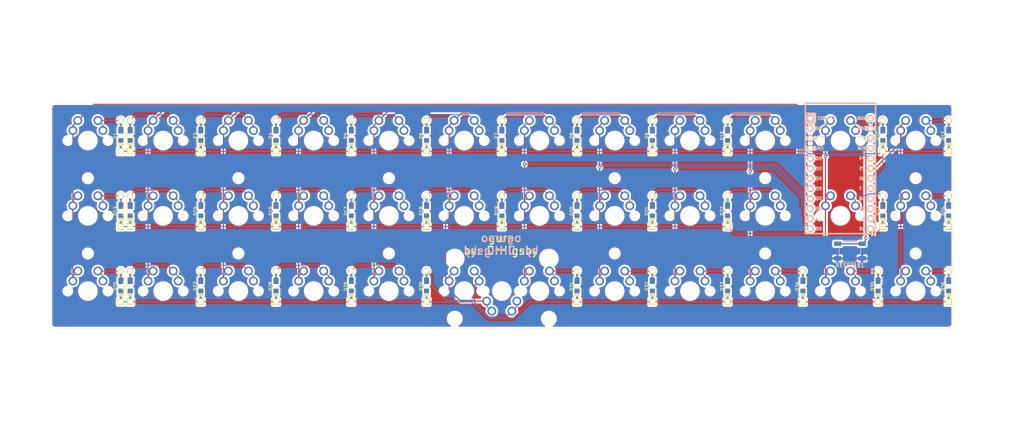
<source format=kicad_pcb>
(kicad_pcb (version 20171130) (host pcbnew "(5.1.9)-1")
  (layers (0 F.Cu signal) (31 B.Cu signal) (34 B.Paste user) (35 F.Paste user) (36 B.SilkS user) (37 F.SilkS user) (38 B.Mask user) (39 F.Mask user) (44 Edge.Cuts user))
  (net 0 "")
  (net 1 "Net-(D1-Pad2)")
  (net 2 "Net-(D2-Pad2)")
  (net 3 "Net-(D3-Pad2)")
  (net 4 "Net-(D4-Pad2)")
  (net 5 "Net-(D5-Pad2)")
  (net 6 "Net-(D6-Pad2)")
  (net 7 "Net-(D7-Pad2)")
  (net 8 "Net-(D8-Pad2)")
  (net 9 "Net-(D9-Pad2)")
  (net 10 "Net-(D10-Pad2)")
  (net 11 "Net-(D11-Pad2)")
  (net 12 "Net-(D12-Pad2)")
  (net 13 "Net-(D13-Pad2)")
  (net 14 "Net-(D14-Pad2)")
  (net 15 "Net-(D15-Pad2)")
  (net 16 "Net-(D16-Pad2)")
  (net 17 "Net-(D17-Pad2)")
  (net 18 "Net-(D18-Pad2)")
  (net 19 "Net-(D19-Pad2)")
  (net 20 "Net-(D20-Pad2)")
  (net 21 "Net-(D21-Pad2)")
  (net 22 "Net-(D22-Pad2)")
  (net 23 "Net-(D23-Pad2)")
  (net 24 "Net-(D24-Pad2)")
  (net 25 "Net-(D25-Pad2)")
  (net 26 "Net-(D26-Pad2)")
  (net 27 "Net-(D27-Pad2)")
  (net 28 "Net-(D28-Pad2)")
  (net 29 "Net-(D29-Pad2)")
  (net 30 "Net-(D30-Pad2)")
  (net 31 "Net-(D31-Pad2)")
  (net 32 "Net-(D32-Pad2)")
  (net 33 "Net-(D33-Pad2)")
  (net 34 "Net-(D34-Pad2)")
  (net 35 "Net-(D35-Pad2)")
  (net 36 "Net-(D36-Pad2)")
  (net 37 "Net-(PM1-Pad24)")
  (net 38 "Net-(PM1-Pad21)")
  (net 39 "Net-(PM1-Pad17)")
  (net 40 "Net-(PM1-Pad16)")
  (net 41 "Net-(PM1-Pad15)")
  (net 42 GND)
  (net 43 RST)
  (net 44 R1)
  (net 45 R2)
  (net 46 R3)
  (net 47 C1)
  (net 48 C2)
  (net 49 C3)
  (net 50 C4)
  (net 51 C5)
  (net 52 C6)
  (net 53 C7)
  (net 54 C8)
  (net 55 C9)
  (net 56 C10)
  (net 57 C11)
  (net 58 C12)
  (module Button_Switch_SMD:SW_SPST_SKQG_WithoutStem (layer F.Cu) (at 242.887704 77.986003 180)
    (fp_text reference RESET1a1 (at 0 -3.6) (layer F.SilkS))
    (fp_text value SW_Push)
    (pad 2 smd rect (at 3.1 1.85 180) (size 1.8 1.1) (layers F.Cu F.Paste F.Mask) (net 43 RST))
    (pad 2 smd rect (at -3.1 1.85 180) (size 1.8 1.1) (layers F.Cu F.Paste F.Mask) (net 43 RST))
    (pad 1 smd rect (at 3.1 -1.85 180) (size 1.8 1.1) (layers F.Cu F.Paste F.Mask) (net 42 GND))
    (pad 1 smd rect (at -3.1 -1.85 180) (size 1.8 1.1) (layers F.Cu F.Paste F.Mask) (net 42 GND))
  )
  (module MX_Only:MXOnly-2U-NoLED-REVERSIBLE (layer F.Cu) (at 154.78138 88.106324 180)
    (fp_text reference MX30a1)
    (fp_text value MX-NoLED)
    (pad 1 thru_hole circle (at 3.81 -2.54 180) (size 2.25 2.25) (drill 1.47) (layers *.Cu B.Mask) (net 52 C6))
    (pad 2 thru_hole circle (at -2.54 -5.08 180) (size 2.25 2.25) (drill 1.47) (layers *.Cu B.Mask) (net 30 "Net-(D30-Pad2)"))
    (pad 1 thru_hole circle (at 2.54 -5.08 180) (size 2.25 2.25) (drill 1.47) (layers *.Cu B.Mask) (net 52 C6))
    (pad "" np_thru_hole circle (at 0 0 180) (size 3.9878 3.9878) (drill 3.9878) (layers *.Cu *.Mask))
    (pad 2 thru_hole circle (at -3.81 -2.54 180) (size 2.25 2.25) (drill 1.47) (layers *.Cu B.Mask) (net 30 "Net-(D30-Pad2)"))
    (pad "" np_thru_hole circle (at -5.08 0 228.0996) (size 1.75 1.75) (drill 1.75) (layers *.Cu *.Mask))
    (pad "" np_thru_hole circle (at 5.08 0 228.0996) (size 1.75 1.75) (drill 1.75) (layers *.Cu *.Mask))
    (pad "" np_thru_hole circle (at -11.90625 -6.985 180) (size 3.048 3.048) (drill 3.048) (layers *.Cu *.Mask))
    (pad "" np_thru_hole circle (at 11.90625 -6.985 180) (size 3.048 3.048) (drill 3.048) (layers *.Cu *.Mask))
    (pad "" np_thru_hole circle (at -11.90625 8.255 180) (size 3.9878 3.9878) (drill 3.9878) (layers *.Cu *.Mask))
    (pad "" np_thru_hole circle (at 11.90625 8.255 180) (size 3.9878 3.9878) (drill 3.9878) (layers *.Cu *.Mask))
  )
  (module MX_Only:MX_ONLY_1u_NOLED_REVERSIBLE (layer F.Cu) (at 259.556468 88.106324)
    (fp_text reference MX36)
    (fp_text value MX-NoLED)
    (pad 1 thru_hole circle (at -2.54 -5.08) (size 2.25 2.25) (drill 1.47) (layers *.Cu B.Mask) (net 58 C12))
    (pad 2 thru_hole circle (at 3.81 -2.54) (size 2.25 2.25) (drill 1.47) (layers *.Cu B.Mask) (net 36 "Net-(D36-Pad2)"))
    (pad 2 thru_hole circle (at 2.54 -5.08) (size 2.25 2.25) (drill 1.47) (layers *.Cu B.Mask) (net 36 "Net-(D36-Pad2)"))
    (pad "" np_thru_hole circle (at 0 0) (size 3.9878 3.9878) (drill 3.9878) (layers *.Cu *.Mask))
    (pad 1 thru_hole circle (at -3.81 -2.54) (size 2.25 2.25) (drill 1.47) (layers *.Cu B.Mask) (net 58 C12))
    (pad "" np_thru_hole circle (at -5.08 0 48.0996) (size 1.75 1.75) (drill 1.75) (layers *.Cu *.Mask))
    (pad "" np_thru_hole circle (at 5.08 0 48.0996) (size 1.75 1.75) (drill 1.75) (layers *.Cu *.Mask))
  )
  (module MX_Only:MX_ONLY_1u_NOLED_REVERSIBLE (layer F.Cu) (at 240.506452 88.106324)
    (fp_text reference MX35)
    (fp_text value MX-NoLED)
    (pad 1 thru_hole circle (at -2.54 -5.08) (size 2.25 2.25) (drill 1.47) (layers *.Cu B.Mask) (net 57 C11))
    (pad 2 thru_hole circle (at 3.81 -2.54) (size 2.25 2.25) (drill 1.47) (layers *.Cu B.Mask) (net 35 "Net-(D35-Pad2)"))
    (pad 2 thru_hole circle (at 2.54 -5.08) (size 2.25 2.25) (drill 1.47) (layers *.Cu B.Mask) (net 35 "Net-(D35-Pad2)"))
    (pad "" np_thru_hole circle (at 0 0) (size 3.9878 3.9878) (drill 3.9878) (layers *.Cu *.Mask))
    (pad 1 thru_hole circle (at -3.81 -2.54) (size 2.25 2.25) (drill 1.47) (layers *.Cu B.Mask) (net 57 C11))
    (pad "" np_thru_hole circle (at -5.08 0 48.0996) (size 1.75 1.75) (drill 1.75) (layers *.Cu *.Mask))
    (pad "" np_thru_hole circle (at 5.08 0 48.0996) (size 1.75 1.75) (drill 1.75) (layers *.Cu *.Mask))
  )
  (module MX_Only:MX_ONLY_1u_NOLED_REVERSIBLE (layer F.Cu) (at 221.456436 88.106324)
    (fp_text reference MX34)
    (fp_text value MX-NoLED)
    (pad 1 thru_hole circle (at -2.54 -5.08) (size 2.25 2.25) (drill 1.47) (layers *.Cu B.Mask) (net 56 C10))
    (pad 2 thru_hole circle (at 3.81 -2.54) (size 2.25 2.25) (drill 1.47) (layers *.Cu B.Mask) (net 34 "Net-(D34-Pad2)"))
    (pad 2 thru_hole circle (at 2.54 -5.08) (size 2.25 2.25) (drill 1.47) (layers *.Cu B.Mask) (net 34 "Net-(D34-Pad2)"))
    (pad "" np_thru_hole circle (at 0 0) (size 3.9878 3.9878) (drill 3.9878) (layers *.Cu *.Mask))
    (pad 1 thru_hole circle (at -3.81 -2.54) (size 2.25 2.25) (drill 1.47) (layers *.Cu B.Mask) (net 56 C10))
    (pad "" np_thru_hole circle (at -5.08 0 48.0996) (size 1.75 1.75) (drill 1.75) (layers *.Cu *.Mask))
    (pad "" np_thru_hole circle (at 5.08 0 48.0996) (size 1.75 1.75) (drill 1.75) (layers *.Cu *.Mask))
  )
  (module MX_Only:MX_ONLY_1u_NOLED_REVERSIBLE (layer F.Cu) (at 202.40642 88.106324)
    (fp_text reference MX33)
    (fp_text value MX-NoLED)
    (pad 1 thru_hole circle (at -2.54 -5.08) (size 2.25 2.25) (drill 1.47) (layers *.Cu B.Mask) (net 55 C9))
    (pad 2 thru_hole circle (at 3.81 -2.54) (size 2.25 2.25) (drill 1.47) (layers *.Cu B.Mask) (net 33 "Net-(D33-Pad2)"))
    (pad 2 thru_hole circle (at 2.54 -5.08) (size 2.25 2.25) (drill 1.47) (layers *.Cu B.Mask) (net 33 "Net-(D33-Pad2)"))
    (pad "" np_thru_hole circle (at 0 0) (size 3.9878 3.9878) (drill 3.9878) (layers *.Cu *.Mask))
    (pad 1 thru_hole circle (at -3.81 -2.54) (size 2.25 2.25) (drill 1.47) (layers *.Cu B.Mask) (net 55 C9))
    (pad "" np_thru_hole circle (at -5.08 0 48.0996) (size 1.75 1.75) (drill 1.75) (layers *.Cu *.Mask))
    (pad "" np_thru_hole circle (at 5.08 0 48.0996) (size 1.75 1.75) (drill 1.75) (layers *.Cu *.Mask))
  )
  (module MX_Only:MX_ONLY_1u_NOLED_REVERSIBLE (layer F.Cu) (at 183.356404 88.106324)
    (fp_text reference MX32)
    (fp_text value MX-NoLED)
    (pad 1 thru_hole circle (at -2.54 -5.08) (size 2.25 2.25) (drill 1.47) (layers *.Cu B.Mask) (net 54 C8))
    (pad 2 thru_hole circle (at 3.81 -2.54) (size 2.25 2.25) (drill 1.47) (layers *.Cu B.Mask) (net 32 "Net-(D32-Pad2)"))
    (pad 2 thru_hole circle (at 2.54 -5.08) (size 2.25 2.25) (drill 1.47) (layers *.Cu B.Mask) (net 32 "Net-(D32-Pad2)"))
    (pad "" np_thru_hole circle (at 0 0) (size 3.9878 3.9878) (drill 3.9878) (layers *.Cu *.Mask))
    (pad 1 thru_hole circle (at -3.81 -2.54) (size 2.25 2.25) (drill 1.47) (layers *.Cu B.Mask) (net 54 C8))
    (pad "" np_thru_hole circle (at -5.08 0 48.0996) (size 1.75 1.75) (drill 1.75) (layers *.Cu *.Mask))
    (pad "" np_thru_hole circle (at 5.08 0 48.0996) (size 1.75 1.75) (drill 1.75) (layers *.Cu *.Mask))
  )
  (module MX_Only:MX_ONLY_1u_NOLED_REVERSIBLE (layer F.Cu) (at 164.306388 88.106324)
    (fp_text reference MX31)
    (fp_text value MX-NoLED)
    (pad 1 thru_hole circle (at -2.54 -5.08) (size 2.25 2.25) (drill 1.47) (layers *.Cu B.Mask) (net 53 C7))
    (pad 2 thru_hole circle (at 3.81 -2.54) (size 2.25 2.25) (drill 1.47) (layers *.Cu B.Mask) (net 31 "Net-(D31-Pad2)"))
    (pad 2 thru_hole circle (at 2.54 -5.08) (size 2.25 2.25) (drill 1.47) (layers *.Cu B.Mask) (net 31 "Net-(D31-Pad2)"))
    (pad "" np_thru_hole circle (at 0 0) (size 3.9878 3.9878) (drill 3.9878) (layers *.Cu *.Mask))
    (pad 1 thru_hole circle (at -3.81 -2.54) (size 2.25 2.25) (drill 1.47) (layers *.Cu B.Mask) (net 53 C7))
    (pad "" np_thru_hole circle (at -5.08 0 48.0996) (size 1.75 1.75) (drill 1.75) (layers *.Cu *.Mask))
    (pad "" np_thru_hole circle (at 5.08 0 48.0996) (size 1.75 1.75) (drill 1.75) (layers *.Cu *.Mask))
  )
  (module MX_Only:MX_ONLY_1u_NOLED_REVERSIBLE (layer F.Cu) (at 145.256372 88.106324)
    (fp_text reference MX30)
    (fp_text value MX-NoLED)
    (pad 1 thru_hole circle (at -2.54 -5.08) (size 2.25 2.25) (drill 1.47) (layers *.Cu B.Mask) (net 52 C6))
    (pad 2 thru_hole circle (at 3.81 -2.54) (size 2.25 2.25) (drill 1.47) (layers *.Cu B.Mask) (net 30 "Net-(D30-Pad2)"))
    (pad 2 thru_hole circle (at 2.54 -5.08) (size 2.25 2.25) (drill 1.47) (layers *.Cu B.Mask) (net 30 "Net-(D30-Pad2)"))
    (pad "" np_thru_hole circle (at 0 0) (size 3.9878 3.9878) (drill 3.9878) (layers *.Cu *.Mask))
    (pad 1 thru_hole circle (at -3.81 -2.54) (size 2.25 2.25) (drill 1.47) (layers *.Cu B.Mask) (net 52 C6))
    (pad "" np_thru_hole circle (at -5.08 0 48.0996) (size 1.75 1.75) (drill 1.75) (layers *.Cu *.Mask))
    (pad "" np_thru_hole circle (at 5.08 0 48.0996) (size 1.75 1.75) (drill 1.75) (layers *.Cu *.Mask))
  )
  (module MX_Only:MX_ONLY_1u_NOLED_REVERSIBLE (layer F.Cu) (at 126.206356 88.106324)
    (fp_text reference MX29)
    (fp_text value MX-NoLED)
    (pad 1 thru_hole circle (at -2.54 -5.08) (size 2.25 2.25) (drill 1.47) (layers *.Cu B.Mask) (net 51 C5))
    (pad 2 thru_hole circle (at 3.81 -2.54) (size 2.25 2.25) (drill 1.47) (layers *.Cu B.Mask) (net 29 "Net-(D29-Pad2)"))
    (pad 2 thru_hole circle (at 2.54 -5.08) (size 2.25 2.25) (drill 1.47) (layers *.Cu B.Mask) (net 29 "Net-(D29-Pad2)"))
    (pad "" np_thru_hole circle (at 0 0) (size 3.9878 3.9878) (drill 3.9878) (layers *.Cu *.Mask))
    (pad 1 thru_hole circle (at -3.81 -2.54) (size 2.25 2.25) (drill 1.47) (layers *.Cu B.Mask) (net 51 C5))
    (pad "" np_thru_hole circle (at -5.08 0 48.0996) (size 1.75 1.75) (drill 1.75) (layers *.Cu *.Mask))
    (pad "" np_thru_hole circle (at 5.08 0 48.0996) (size 1.75 1.75) (drill 1.75) (layers *.Cu *.Mask))
  )
  (module MX_Only:MX_ONLY_1u_NOLED_REVERSIBLE (layer F.Cu) (at 107.15634 88.106324)
    (fp_text reference MX28)
    (fp_text value MX-NoLED)
    (pad 1 thru_hole circle (at -2.54 -5.08) (size 2.25 2.25) (drill 1.47) (layers *.Cu B.Mask) (net 50 C4))
    (pad 2 thru_hole circle (at 3.81 -2.54) (size 2.25 2.25) (drill 1.47) (layers *.Cu B.Mask) (net 28 "Net-(D28-Pad2)"))
    (pad 2 thru_hole circle (at 2.54 -5.08) (size 2.25 2.25) (drill 1.47) (layers *.Cu B.Mask) (net 28 "Net-(D28-Pad2)"))
    (pad "" np_thru_hole circle (at 0 0) (size 3.9878 3.9878) (drill 3.9878) (layers *.Cu *.Mask))
    (pad 1 thru_hole circle (at -3.81 -2.54) (size 2.25 2.25) (drill 1.47) (layers *.Cu B.Mask) (net 50 C4))
    (pad "" np_thru_hole circle (at -5.08 0 48.0996) (size 1.75 1.75) (drill 1.75) (layers *.Cu *.Mask))
    (pad "" np_thru_hole circle (at 5.08 0 48.0996) (size 1.75 1.75) (drill 1.75) (layers *.Cu *.Mask))
  )
  (module MX_Only:MX_ONLY_1u_NOLED_REVERSIBLE (layer F.Cu) (at 88.106324 88.106324)
    (fp_text reference MX27)
    (fp_text value MX-NoLED)
    (pad 1 thru_hole circle (at -2.54 -5.08) (size 2.25 2.25) (drill 1.47) (layers *.Cu B.Mask) (net 49 C3))
    (pad 2 thru_hole circle (at 3.81 -2.54) (size 2.25 2.25) (drill 1.47) (layers *.Cu B.Mask) (net 27 "Net-(D27-Pad2)"))
    (pad 2 thru_hole circle (at 2.54 -5.08) (size 2.25 2.25) (drill 1.47) (layers *.Cu B.Mask) (net 27 "Net-(D27-Pad2)"))
    (pad "" np_thru_hole circle (at 0 0) (size 3.9878 3.9878) (drill 3.9878) (layers *.Cu *.Mask))
    (pad 1 thru_hole circle (at -3.81 -2.54) (size 2.25 2.25) (drill 1.47) (layers *.Cu B.Mask) (net 49 C3))
    (pad "" np_thru_hole circle (at -5.08 0 48.0996) (size 1.75 1.75) (drill 1.75) (layers *.Cu *.Mask))
    (pad "" np_thru_hole circle (at 5.08 0 48.0996) (size 1.75 1.75) (drill 1.75) (layers *.Cu *.Mask))
  )
  (module MX_Only:MX_ONLY_1u_NOLED_REVERSIBLE (layer F.Cu) (at 69.056308 88.106324)
    (fp_text reference MX26)
    (fp_text value MX-NoLED)
    (pad 1 thru_hole circle (at -2.54 -5.08) (size 2.25 2.25) (drill 1.47) (layers *.Cu B.Mask) (net 48 C2))
    (pad 2 thru_hole circle (at 3.81 -2.54) (size 2.25 2.25) (drill 1.47) (layers *.Cu B.Mask) (net 26 "Net-(D26-Pad2)"))
    (pad 2 thru_hole circle (at 2.54 -5.08) (size 2.25 2.25) (drill 1.47) (layers *.Cu B.Mask) (net 26 "Net-(D26-Pad2)"))
    (pad "" np_thru_hole circle (at 0 0) (size 3.9878 3.9878) (drill 3.9878) (layers *.Cu *.Mask))
    (pad 1 thru_hole circle (at -3.81 -2.54) (size 2.25 2.25) (drill 1.47) (layers *.Cu B.Mask) (net 48 C2))
    (pad "" np_thru_hole circle (at -5.08 0 48.0996) (size 1.75 1.75) (drill 1.75) (layers *.Cu *.Mask))
    (pad "" np_thru_hole circle (at 5.08 0 48.0996) (size 1.75 1.75) (drill 1.75) (layers *.Cu *.Mask))
  )
  (module MX_Only:MX_ONLY_1u_NOLED_REVERSIBLE (layer F.Cu) (at 50.006292 88.106324)
    (fp_text reference MX25)
    (fp_text value MX-NoLED)
    (pad 1 thru_hole circle (at -2.54 -5.08) (size 2.25 2.25) (drill 1.47) (layers *.Cu B.Mask) (net 47 C1))
    (pad 2 thru_hole circle (at 3.81 -2.54) (size 2.25 2.25) (drill 1.47) (layers *.Cu B.Mask) (net 25 "Net-(D25-Pad2)"))
    (pad 2 thru_hole circle (at 2.54 -5.08) (size 2.25 2.25) (drill 1.47) (layers *.Cu B.Mask) (net 25 "Net-(D25-Pad2)"))
    (pad "" np_thru_hole circle (at 0 0) (size 3.9878 3.9878) (drill 3.9878) (layers *.Cu *.Mask))
    (pad 1 thru_hole circle (at -3.81 -2.54) (size 2.25 2.25) (drill 1.47) (layers *.Cu B.Mask) (net 47 C1))
    (pad "" np_thru_hole circle (at -5.08 0 48.0996) (size 1.75 1.75) (drill 1.75) (layers *.Cu *.Mask))
    (pad "" np_thru_hole circle (at 5.08 0 48.0996) (size 1.75 1.75) (drill 1.75) (layers *.Cu *.Mask))
  )
  (module MX_Only:MX_ONLY_1u_NOLED_REVERSIBLE (layer F.Cu) (at 259.556468 69.056308)
    (fp_text reference MX24)
    (fp_text value MX-NoLED)
    (pad 1 thru_hole circle (at -2.54 -5.08) (size 2.25 2.25) (drill 1.47) (layers *.Cu B.Mask) (net 58 C12))
    (pad 2 thru_hole circle (at 3.81 -2.54) (size 2.25 2.25) (drill 1.47) (layers *.Cu B.Mask) (net 24 "Net-(D24-Pad2)"))
    (pad 2 thru_hole circle (at 2.54 -5.08) (size 2.25 2.25) (drill 1.47) (layers *.Cu B.Mask) (net 24 "Net-(D24-Pad2)"))
    (pad "" np_thru_hole circle (at 0 0) (size 3.9878 3.9878) (drill 3.9878) (layers *.Cu *.Mask))
    (pad 1 thru_hole circle (at -3.81 -2.54) (size 2.25 2.25) (drill 1.47) (layers *.Cu B.Mask) (net 58 C12))
    (pad "" np_thru_hole circle (at -5.08 0 48.0996) (size 1.75 1.75) (drill 1.75) (layers *.Cu *.Mask))
    (pad "" np_thru_hole circle (at 5.08 0 48.0996) (size 1.75 1.75) (drill 1.75) (layers *.Cu *.Mask))
  )
  (module MX_Only:MX_ONLY_1u_NOLED_REVERSIBLE (layer F.Cu) (at 240.506452 69.056308)
    (fp_text reference MX23)
    (fp_text value MX-NoLED)
    (pad 1 thru_hole circle (at -2.54 -5.08) (size 2.25 2.25) (drill 1.47) (layers *.Cu B.Mask) (net 57 C11))
    (pad 2 thru_hole circle (at 3.81 -2.54) (size 2.25 2.25) (drill 1.47) (layers *.Cu B.Mask) (net 23 "Net-(D23-Pad2)"))
    (pad 2 thru_hole circle (at 2.54 -5.08) (size 2.25 2.25) (drill 1.47) (layers *.Cu B.Mask) (net 23 "Net-(D23-Pad2)"))
    (pad "" np_thru_hole circle (at 0 0) (size 3.9878 3.9878) (drill 3.9878) (layers *.Cu *.Mask))
    (pad 1 thru_hole circle (at -3.81 -2.54) (size 2.25 2.25) (drill 1.47) (layers *.Cu B.Mask) (net 57 C11))
    (pad "" np_thru_hole circle (at -5.08 0 48.0996) (size 1.75 1.75) (drill 1.75) (layers *.Cu *.Mask))
    (pad "" np_thru_hole circle (at 5.08 0 48.0996) (size 1.75 1.75) (drill 1.75) (layers *.Cu *.Mask))
  )
  (module MX_Only:MX_ONLY_1u_NOLED_REVERSIBLE (layer F.Cu) (at 221.456436 69.056308)
    (fp_text reference MX22)
    (fp_text value MX-NoLED)
    (pad 1 thru_hole circle (at -2.54 -5.08) (size 2.25 2.25) (drill 1.47) (layers *.Cu B.Mask) (net 56 C10))
    (pad 2 thru_hole circle (at 3.81 -2.54) (size 2.25 2.25) (drill 1.47) (layers *.Cu B.Mask) (net 22 "Net-(D22-Pad2)"))
    (pad 2 thru_hole circle (at 2.54 -5.08) (size 2.25 2.25) (drill 1.47) (layers *.Cu B.Mask) (net 22 "Net-(D22-Pad2)"))
    (pad "" np_thru_hole circle (at 0 0) (size 3.9878 3.9878) (drill 3.9878) (layers *.Cu *.Mask))
    (pad 1 thru_hole circle (at -3.81 -2.54) (size 2.25 2.25) (drill 1.47) (layers *.Cu B.Mask) (net 56 C10))
    (pad "" np_thru_hole circle (at -5.08 0 48.0996) (size 1.75 1.75) (drill 1.75) (layers *.Cu *.Mask))
    (pad "" np_thru_hole circle (at 5.08 0 48.0996) (size 1.75 1.75) (drill 1.75) (layers *.Cu *.Mask))
  )
  (module MX_Only:MX_ONLY_1u_NOLED_REVERSIBLE (layer F.Cu) (at 202.40642 69.056308)
    (fp_text reference MX21)
    (fp_text value MX-NoLED)
    (pad 1 thru_hole circle (at -2.54 -5.08) (size 2.25 2.25) (drill 1.47) (layers *.Cu B.Mask) (net 55 C9))
    (pad 2 thru_hole circle (at 3.81 -2.54) (size 2.25 2.25) (drill 1.47) (layers *.Cu B.Mask) (net 21 "Net-(D21-Pad2)"))
    (pad 2 thru_hole circle (at 2.54 -5.08) (size 2.25 2.25) (drill 1.47) (layers *.Cu B.Mask) (net 21 "Net-(D21-Pad2)"))
    (pad "" np_thru_hole circle (at 0 0) (size 3.9878 3.9878) (drill 3.9878) (layers *.Cu *.Mask))
    (pad 1 thru_hole circle (at -3.81 -2.54) (size 2.25 2.25) (drill 1.47) (layers *.Cu B.Mask) (net 55 C9))
    (pad "" np_thru_hole circle (at -5.08 0 48.0996) (size 1.75 1.75) (drill 1.75) (layers *.Cu *.Mask))
    (pad "" np_thru_hole circle (at 5.08 0 48.0996) (size 1.75 1.75) (drill 1.75) (layers *.Cu *.Mask))
  )
  (module MX_Only:MX_ONLY_1u_NOLED_REVERSIBLE (layer F.Cu) (at 183.356404 69.056308)
    (fp_text reference MX20)
    (fp_text value MX-NoLED)
    (pad 1 thru_hole circle (at -2.54 -5.08) (size 2.25 2.25) (drill 1.47) (layers *.Cu B.Mask) (net 54 C8))
    (pad 2 thru_hole circle (at 3.81 -2.54) (size 2.25 2.25) (drill 1.47) (layers *.Cu B.Mask) (net 20 "Net-(D20-Pad2)"))
    (pad 2 thru_hole circle (at 2.54 -5.08) (size 2.25 2.25) (drill 1.47) (layers *.Cu B.Mask) (net 20 "Net-(D20-Pad2)"))
    (pad "" np_thru_hole circle (at 0 0) (size 3.9878 3.9878) (drill 3.9878) (layers *.Cu *.Mask))
    (pad 1 thru_hole circle (at -3.81 -2.54) (size 2.25 2.25) (drill 1.47) (layers *.Cu B.Mask) (net 54 C8))
    (pad "" np_thru_hole circle (at -5.08 0 48.0996) (size 1.75 1.75) (drill 1.75) (layers *.Cu *.Mask))
    (pad "" np_thru_hole circle (at 5.08 0 48.0996) (size 1.75 1.75) (drill 1.75) (layers *.Cu *.Mask))
  )
  (module MX_Only:MX_ONLY_1u_NOLED_REVERSIBLE (layer F.Cu) (at 164.306388 69.056308)
    (fp_text reference MX19)
    (fp_text value MX-NoLED)
    (pad 1 thru_hole circle (at -2.54 -5.08) (size 2.25 2.25) (drill 1.47) (layers *.Cu B.Mask) (net 53 C7))
    (pad 2 thru_hole circle (at 3.81 -2.54) (size 2.25 2.25) (drill 1.47) (layers *.Cu B.Mask) (net 19 "Net-(D19-Pad2)"))
    (pad 2 thru_hole circle (at 2.54 -5.08) (size 2.25 2.25) (drill 1.47) (layers *.Cu B.Mask) (net 19 "Net-(D19-Pad2)"))
    (pad "" np_thru_hole circle (at 0 0) (size 3.9878 3.9878) (drill 3.9878) (layers *.Cu *.Mask))
    (pad 1 thru_hole circle (at -3.81 -2.54) (size 2.25 2.25) (drill 1.47) (layers *.Cu B.Mask) (net 53 C7))
    (pad "" np_thru_hole circle (at -5.08 0 48.0996) (size 1.75 1.75) (drill 1.75) (layers *.Cu *.Mask))
    (pad "" np_thru_hole circle (at 5.08 0 48.0996) (size 1.75 1.75) (drill 1.75) (layers *.Cu *.Mask))
  )
  (module MX_Only:MX_ONLY_1u_NOLED_REVERSIBLE (layer F.Cu) (at 145.256372 69.056308)
    (fp_text reference MX18)
    (fp_text value MX-NoLED)
    (pad 1 thru_hole circle (at -2.54 -5.08) (size 2.25 2.25) (drill 1.47) (layers *.Cu B.Mask) (net 52 C6))
    (pad 2 thru_hole circle (at 3.81 -2.54) (size 2.25 2.25) (drill 1.47) (layers *.Cu B.Mask) (net 18 "Net-(D18-Pad2)"))
    (pad 2 thru_hole circle (at 2.54 -5.08) (size 2.25 2.25) (drill 1.47) (layers *.Cu B.Mask) (net 18 "Net-(D18-Pad2)"))
    (pad "" np_thru_hole circle (at 0 0) (size 3.9878 3.9878) (drill 3.9878) (layers *.Cu *.Mask))
    (pad 1 thru_hole circle (at -3.81 -2.54) (size 2.25 2.25) (drill 1.47) (layers *.Cu B.Mask) (net 52 C6))
    (pad "" np_thru_hole circle (at -5.08 0 48.0996) (size 1.75 1.75) (drill 1.75) (layers *.Cu *.Mask))
    (pad "" np_thru_hole circle (at 5.08 0 48.0996) (size 1.75 1.75) (drill 1.75) (layers *.Cu *.Mask))
  )
  (module MX_Only:MX_ONLY_1u_NOLED_REVERSIBLE (layer F.Cu) (at 126.206356 69.056308)
    (fp_text reference MX17)
    (fp_text value MX-NoLED)
    (pad 1 thru_hole circle (at -2.54 -5.08) (size 2.25 2.25) (drill 1.47) (layers *.Cu B.Mask) (net 51 C5))
    (pad 2 thru_hole circle (at 3.81 -2.54) (size 2.25 2.25) (drill 1.47) (layers *.Cu B.Mask) (net 17 "Net-(D17-Pad2)"))
    (pad 2 thru_hole circle (at 2.54 -5.08) (size 2.25 2.25) (drill 1.47) (layers *.Cu B.Mask) (net 17 "Net-(D17-Pad2)"))
    (pad "" np_thru_hole circle (at 0 0) (size 3.9878 3.9878) (drill 3.9878) (layers *.Cu *.Mask))
    (pad 1 thru_hole circle (at -3.81 -2.54) (size 2.25 2.25) (drill 1.47) (layers *.Cu B.Mask) (net 51 C5))
    (pad "" np_thru_hole circle (at -5.08 0 48.0996) (size 1.75 1.75) (drill 1.75) (layers *.Cu *.Mask))
    (pad "" np_thru_hole circle (at 5.08 0 48.0996) (size 1.75 1.75) (drill 1.75) (layers *.Cu *.Mask))
  )
  (module MX_Only:MX_ONLY_1u_NOLED_REVERSIBLE (layer F.Cu) (at 107.15634 69.056308)
    (fp_text reference MX16)
    (fp_text value MX-NoLED)
    (pad 1 thru_hole circle (at -2.54 -5.08) (size 2.25 2.25) (drill 1.47) (layers *.Cu B.Mask) (net 50 C4))
    (pad 2 thru_hole circle (at 3.81 -2.54) (size 2.25 2.25) (drill 1.47) (layers *.Cu B.Mask) (net 16 "Net-(D16-Pad2)"))
    (pad 2 thru_hole circle (at 2.54 -5.08) (size 2.25 2.25) (drill 1.47) (layers *.Cu B.Mask) (net 16 "Net-(D16-Pad2)"))
    (pad "" np_thru_hole circle (at 0 0) (size 3.9878 3.9878) (drill 3.9878) (layers *.Cu *.Mask))
    (pad 1 thru_hole circle (at -3.81 -2.54) (size 2.25 2.25) (drill 1.47) (layers *.Cu B.Mask) (net 50 C4))
    (pad "" np_thru_hole circle (at -5.08 0 48.0996) (size 1.75 1.75) (drill 1.75) (layers *.Cu *.Mask))
    (pad "" np_thru_hole circle (at 5.08 0 48.0996) (size 1.75 1.75) (drill 1.75) (layers *.Cu *.Mask))
  )
  (module MX_Only:MX_ONLY_1u_NOLED_REVERSIBLE (layer F.Cu) (at 88.106324 69.056308)
    (fp_text reference MX15)
    (fp_text value MX-NoLED)
    (pad 1 thru_hole circle (at -2.54 -5.08) (size 2.25 2.25) (drill 1.47) (layers *.Cu B.Mask) (net 49 C3))
    (pad 2 thru_hole circle (at 3.81 -2.54) (size 2.25 2.25) (drill 1.47) (layers *.Cu B.Mask) (net 15 "Net-(D15-Pad2)"))
    (pad 2 thru_hole circle (at 2.54 -5.08) (size 2.25 2.25) (drill 1.47) (layers *.Cu B.Mask) (net 15 "Net-(D15-Pad2)"))
    (pad "" np_thru_hole circle (at 0 0) (size 3.9878 3.9878) (drill 3.9878) (layers *.Cu *.Mask))
    (pad 1 thru_hole circle (at -3.81 -2.54) (size 2.25 2.25) (drill 1.47) (layers *.Cu B.Mask) (net 49 C3))
    (pad "" np_thru_hole circle (at -5.08 0 48.0996) (size 1.75 1.75) (drill 1.75) (layers *.Cu *.Mask))
    (pad "" np_thru_hole circle (at 5.08 0 48.0996) (size 1.75 1.75) (drill 1.75) (layers *.Cu *.Mask))
  )
  (module MX_Only:MX_ONLY_1u_NOLED_REVERSIBLE (layer F.Cu) (at 69.056308 69.056308)
    (fp_text reference MX14)
    (fp_text value MX-NoLED)
    (pad 1 thru_hole circle (at -2.54 -5.08) (size 2.25 2.25) (drill 1.47) (layers *.Cu B.Mask) (net 48 C2))
    (pad 2 thru_hole circle (at 3.81 -2.54) (size 2.25 2.25) (drill 1.47) (layers *.Cu B.Mask) (net 14 "Net-(D14-Pad2)"))
    (pad 2 thru_hole circle (at 2.54 -5.08) (size 2.25 2.25) (drill 1.47) (layers *.Cu B.Mask) (net 14 "Net-(D14-Pad2)"))
    (pad "" np_thru_hole circle (at 0 0) (size 3.9878 3.9878) (drill 3.9878) (layers *.Cu *.Mask))
    (pad 1 thru_hole circle (at -3.81 -2.54) (size 2.25 2.25) (drill 1.47) (layers *.Cu B.Mask) (net 48 C2))
    (pad "" np_thru_hole circle (at -5.08 0 48.0996) (size 1.75 1.75) (drill 1.75) (layers *.Cu *.Mask))
    (pad "" np_thru_hole circle (at 5.08 0 48.0996) (size 1.75 1.75) (drill 1.75) (layers *.Cu *.Mask))
  )
  (module MX_Only:MX_ONLY_1u_NOLED_REVERSIBLE (layer F.Cu) (at 50.006292 69.056308)
    (fp_text reference MX13)
    (fp_text value MX-NoLED)
    (pad 1 thru_hole circle (at -2.54 -5.08) (size 2.25 2.25) (drill 1.47) (layers *.Cu B.Mask) (net 47 C1))
    (pad 2 thru_hole circle (at 3.81 -2.54) (size 2.25 2.25) (drill 1.47) (layers *.Cu B.Mask) (net 13 "Net-(D13-Pad2)"))
    (pad 2 thru_hole circle (at 2.54 -5.08) (size 2.25 2.25) (drill 1.47) (layers *.Cu B.Mask) (net 13 "Net-(D13-Pad2)"))
    (pad "" np_thru_hole circle (at 0 0) (size 3.9878 3.9878) (drill 3.9878) (layers *.Cu *.Mask))
    (pad 1 thru_hole circle (at -3.81 -2.54) (size 2.25 2.25) (drill 1.47) (layers *.Cu B.Mask) (net 47 C1))
    (pad "" np_thru_hole circle (at -5.08 0 48.0996) (size 1.75 1.75) (drill 1.75) (layers *.Cu *.Mask))
    (pad "" np_thru_hole circle (at 5.08 0 48.0996) (size 1.75 1.75) (drill 1.75) (layers *.Cu *.Mask))
  )
  (module MX_Only:MX_ONLY_1u_NOLED_REVERSIBLE (layer F.Cu) (at 259.556468 50.006292)
    (fp_text reference MX12)
    (fp_text value MX-NoLED)
    (pad 1 thru_hole circle (at -2.54 -5.08) (size 2.25 2.25) (drill 1.47) (layers *.Cu B.Mask) (net 58 C12))
    (pad 2 thru_hole circle (at 3.81 -2.54) (size 2.25 2.25) (drill 1.47) (layers *.Cu B.Mask) (net 12 "Net-(D12-Pad2)"))
    (pad 2 thru_hole circle (at 2.54 -5.08) (size 2.25 2.25) (drill 1.47) (layers *.Cu B.Mask) (net 12 "Net-(D12-Pad2)"))
    (pad "" np_thru_hole circle (at 0 0) (size 3.9878 3.9878) (drill 3.9878) (layers *.Cu *.Mask))
    (pad 1 thru_hole circle (at -3.81 -2.54) (size 2.25 2.25) (drill 1.47) (layers *.Cu B.Mask) (net 58 C12))
    (pad "" np_thru_hole circle (at -5.08 0 48.0996) (size 1.75 1.75) (drill 1.75) (layers *.Cu *.Mask))
    (pad "" np_thru_hole circle (at 5.08 0 48.0996) (size 1.75 1.75) (drill 1.75) (layers *.Cu *.Mask))
  )
  (module MX_Only:MX_ONLY_1u_NOLED_REVERSIBLE (layer F.Cu) (at 240.506452 50.006292)
    (fp_text reference MX11)
    (fp_text value MX-NoLED)
    (pad 1 thru_hole circle (at -2.54 -5.08) (size 2.25 2.25) (drill 1.47) (layers *.Cu B.Mask) (net 57 C11))
    (pad 2 thru_hole circle (at 3.81 -2.54) (size 2.25 2.25) (drill 1.47) (layers *.Cu B.Mask) (net 11 "Net-(D11-Pad2)"))
    (pad 2 thru_hole circle (at 2.54 -5.08) (size 2.25 2.25) (drill 1.47) (layers *.Cu B.Mask) (net 11 "Net-(D11-Pad2)"))
    (pad "" np_thru_hole circle (at 0 0) (size 3.9878 3.9878) (drill 3.9878) (layers *.Cu *.Mask))
    (pad 1 thru_hole circle (at -3.81 -2.54) (size 2.25 2.25) (drill 1.47) (layers *.Cu B.Mask) (net 57 C11))
    (pad "" np_thru_hole circle (at -5.08 0 48.0996) (size 1.75 1.75) (drill 1.75) (layers *.Cu *.Mask))
    (pad "" np_thru_hole circle (at 5.08 0 48.0996) (size 1.75 1.75) (drill 1.75) (layers *.Cu *.Mask))
  )
  (module MX_Only:MX_ONLY_1u_NOLED_REVERSIBLE (layer F.Cu) (at 221.456436 50.006292)
    (fp_text reference MX10)
    (fp_text value MX-NoLED)
    (pad 1 thru_hole circle (at -2.54 -5.08) (size 2.25 2.25) (drill 1.47) (layers *.Cu B.Mask) (net 56 C10))
    (pad 2 thru_hole circle (at 3.81 -2.54) (size 2.25 2.25) (drill 1.47) (layers *.Cu B.Mask) (net 10 "Net-(D10-Pad2)"))
    (pad 2 thru_hole circle (at 2.54 -5.08) (size 2.25 2.25) (drill 1.47) (layers *.Cu B.Mask) (net 10 "Net-(D10-Pad2)"))
    (pad "" np_thru_hole circle (at 0 0) (size 3.9878 3.9878) (drill 3.9878) (layers *.Cu *.Mask))
    (pad 1 thru_hole circle (at -3.81 -2.54) (size 2.25 2.25) (drill 1.47) (layers *.Cu B.Mask) (net 56 C10))
    (pad "" np_thru_hole circle (at -5.08 0 48.0996) (size 1.75 1.75) (drill 1.75) (layers *.Cu *.Mask))
    (pad "" np_thru_hole circle (at 5.08 0 48.0996) (size 1.75 1.75) (drill 1.75) (layers *.Cu *.Mask))
  )
  (module MX_Only:MX_ONLY_1u_NOLED_REVERSIBLE (layer F.Cu) (at 202.40642 50.006292)
    (fp_text reference MX9)
    (fp_text value MX-NoLED)
    (pad 1 thru_hole circle (at -2.54 -5.08) (size 2.25 2.25) (drill 1.47) (layers *.Cu B.Mask) (net 55 C9))
    (pad 2 thru_hole circle (at 3.81 -2.54) (size 2.25 2.25) (drill 1.47) (layers *.Cu B.Mask) (net 9 "Net-(D9-Pad2)"))
    (pad 2 thru_hole circle (at 2.54 -5.08) (size 2.25 2.25) (drill 1.47) (layers *.Cu B.Mask) (net 9 "Net-(D9-Pad2)"))
    (pad "" np_thru_hole circle (at 0 0) (size 3.9878 3.9878) (drill 3.9878) (layers *.Cu *.Mask))
    (pad 1 thru_hole circle (at -3.81 -2.54) (size 2.25 2.25) (drill 1.47) (layers *.Cu B.Mask) (net 55 C9))
    (pad "" np_thru_hole circle (at -5.08 0 48.0996) (size 1.75 1.75) (drill 1.75) (layers *.Cu *.Mask))
    (pad "" np_thru_hole circle (at 5.08 0 48.0996) (size 1.75 1.75) (drill 1.75) (layers *.Cu *.Mask))
  )
  (module MX_Only:MX_ONLY_1u_NOLED_REVERSIBLE (layer F.Cu) (at 183.356404 50.006292)
    (fp_text reference MX8)
    (fp_text value MX-NoLED)
    (pad 1 thru_hole circle (at -2.54 -5.08) (size 2.25 2.25) (drill 1.47) (layers *.Cu B.Mask) (net 54 C8))
    (pad 2 thru_hole circle (at 3.81 -2.54) (size 2.25 2.25) (drill 1.47) (layers *.Cu B.Mask) (net 8 "Net-(D8-Pad2)"))
    (pad 2 thru_hole circle (at 2.54 -5.08) (size 2.25 2.25) (drill 1.47) (layers *.Cu B.Mask) (net 8 "Net-(D8-Pad2)"))
    (pad "" np_thru_hole circle (at 0 0) (size 3.9878 3.9878) (drill 3.9878) (layers *.Cu *.Mask))
    (pad 1 thru_hole circle (at -3.81 -2.54) (size 2.25 2.25) (drill 1.47) (layers *.Cu B.Mask) (net 54 C8))
    (pad "" np_thru_hole circle (at -5.08 0 48.0996) (size 1.75 1.75) (drill 1.75) (layers *.Cu *.Mask))
    (pad "" np_thru_hole circle (at 5.08 0 48.0996) (size 1.75 1.75) (drill 1.75) (layers *.Cu *.Mask))
  )
  (module MX_Only:MX_ONLY_1u_NOLED_REVERSIBLE (layer F.Cu) (at 164.306388 50.006292)
    (fp_text reference MX7)
    (fp_text value MX-NoLED)
    (pad 1 thru_hole circle (at -2.54 -5.08) (size 2.25 2.25) (drill 1.47) (layers *.Cu B.Mask) (net 53 C7))
    (pad 2 thru_hole circle (at 3.81 -2.54) (size 2.25 2.25) (drill 1.47) (layers *.Cu B.Mask) (net 7 "Net-(D7-Pad2)"))
    (pad 2 thru_hole circle (at 2.54 -5.08) (size 2.25 2.25) (drill 1.47) (layers *.Cu B.Mask) (net 7 "Net-(D7-Pad2)"))
    (pad "" np_thru_hole circle (at 0 0) (size 3.9878 3.9878) (drill 3.9878) (layers *.Cu *.Mask))
    (pad 1 thru_hole circle (at -3.81 -2.54) (size 2.25 2.25) (drill 1.47) (layers *.Cu B.Mask) (net 53 C7))
    (pad "" np_thru_hole circle (at -5.08 0 48.0996) (size 1.75 1.75) (drill 1.75) (layers *.Cu *.Mask))
    (pad "" np_thru_hole circle (at 5.08 0 48.0996) (size 1.75 1.75) (drill 1.75) (layers *.Cu *.Mask))
  )
  (module MX_Only:MX_ONLY_1u_NOLED_REVERSIBLE (layer F.Cu) (at 145.256372 50.006292)
    (fp_text reference MX6)
    (fp_text value MX-NoLED)
    (pad 1 thru_hole circle (at -2.54 -5.08) (size 2.25 2.25) (drill 1.47) (layers *.Cu B.Mask) (net 52 C6))
    (pad 2 thru_hole circle (at 3.81 -2.54) (size 2.25 2.25) (drill 1.47) (layers *.Cu B.Mask) (net 6 "Net-(D6-Pad2)"))
    (pad 2 thru_hole circle (at 2.54 -5.08) (size 2.25 2.25) (drill 1.47) (layers *.Cu B.Mask) (net 6 "Net-(D6-Pad2)"))
    (pad "" np_thru_hole circle (at 0 0) (size 3.9878 3.9878) (drill 3.9878) (layers *.Cu *.Mask))
    (pad 1 thru_hole circle (at -3.81 -2.54) (size 2.25 2.25) (drill 1.47) (layers *.Cu B.Mask) (net 52 C6))
    (pad "" np_thru_hole circle (at -5.08 0 48.0996) (size 1.75 1.75) (drill 1.75) (layers *.Cu *.Mask))
    (pad "" np_thru_hole circle (at 5.08 0 48.0996) (size 1.75 1.75) (drill 1.75) (layers *.Cu *.Mask))
  )
  (module MX_Only:MX_ONLY_1u_NOLED_REVERSIBLE (layer F.Cu) (at 126.206356 50.006292)
    (fp_text reference MX5)
    (fp_text value MX-NoLED)
    (pad 1 thru_hole circle (at -2.54 -5.08) (size 2.25 2.25) (drill 1.47) (layers *.Cu B.Mask) (net 51 C5))
    (pad 2 thru_hole circle (at 3.81 -2.54) (size 2.25 2.25) (drill 1.47) (layers *.Cu B.Mask) (net 5 "Net-(D5-Pad2)"))
    (pad 2 thru_hole circle (at 2.54 -5.08) (size 2.25 2.25) (drill 1.47) (layers *.Cu B.Mask) (net 5 "Net-(D5-Pad2)"))
    (pad "" np_thru_hole circle (at 0 0) (size 3.9878 3.9878) (drill 3.9878) (layers *.Cu *.Mask))
    (pad 1 thru_hole circle (at -3.81 -2.54) (size 2.25 2.25) (drill 1.47) (layers *.Cu B.Mask) (net 51 C5))
    (pad "" np_thru_hole circle (at -5.08 0 48.0996) (size 1.75 1.75) (drill 1.75) (layers *.Cu *.Mask))
    (pad "" np_thru_hole circle (at 5.08 0 48.0996) (size 1.75 1.75) (drill 1.75) (layers *.Cu *.Mask))
  )
  (module MX_Only:MX_ONLY_1u_NOLED_REVERSIBLE (layer F.Cu) (at 107.15634 50.006292)
    (fp_text reference MX4)
    (fp_text value MX-NoLED)
    (pad 1 thru_hole circle (at -2.54 -5.08) (size 2.25 2.25) (drill 1.47) (layers *.Cu B.Mask) (net 50 C4))
    (pad 2 thru_hole circle (at 3.81 -2.54) (size 2.25 2.25) (drill 1.47) (layers *.Cu B.Mask) (net 4 "Net-(D4-Pad2)"))
    (pad 2 thru_hole circle (at 2.54 -5.08) (size 2.25 2.25) (drill 1.47) (layers *.Cu B.Mask) (net 4 "Net-(D4-Pad2)"))
    (pad "" np_thru_hole circle (at 0 0) (size 3.9878 3.9878) (drill 3.9878) (layers *.Cu *.Mask))
    (pad 1 thru_hole circle (at -3.81 -2.54) (size 2.25 2.25) (drill 1.47) (layers *.Cu B.Mask) (net 50 C4))
    (pad "" np_thru_hole circle (at -5.08 0 48.0996) (size 1.75 1.75) (drill 1.75) (layers *.Cu *.Mask))
    (pad "" np_thru_hole circle (at 5.08 0 48.0996) (size 1.75 1.75) (drill 1.75) (layers *.Cu *.Mask))
  )
  (module MX_Only:MX_ONLY_1u_NOLED_REVERSIBLE (layer F.Cu) (at 88.106324 50.006292)
    (fp_text reference MX3)
    (fp_text value MX-NoLED)
    (pad 1 thru_hole circle (at -2.54 -5.08) (size 2.25 2.25) (drill 1.47) (layers *.Cu B.Mask) (net 49 C3))
    (pad 2 thru_hole circle (at 3.81 -2.54) (size 2.25 2.25) (drill 1.47) (layers *.Cu B.Mask) (net 3 "Net-(D3-Pad2)"))
    (pad 2 thru_hole circle (at 2.54 -5.08) (size 2.25 2.25) (drill 1.47) (layers *.Cu B.Mask) (net 3 "Net-(D3-Pad2)"))
    (pad "" np_thru_hole circle (at 0 0) (size 3.9878 3.9878) (drill 3.9878) (layers *.Cu *.Mask))
    (pad 1 thru_hole circle (at -3.81 -2.54) (size 2.25 2.25) (drill 1.47) (layers *.Cu B.Mask) (net 49 C3))
    (pad "" np_thru_hole circle (at -5.08 0 48.0996) (size 1.75 1.75) (drill 1.75) (layers *.Cu *.Mask))
    (pad "" np_thru_hole circle (at 5.08 0 48.0996) (size 1.75 1.75) (drill 1.75) (layers *.Cu *.Mask))
  )
  (module MX_Only:MX_ONLY_1u_NOLED_REVERSIBLE (layer F.Cu) (at 69.056308 50.006292)
    (fp_text reference MX2)
    (fp_text value MX-NoLED)
    (pad 1 thru_hole circle (at -2.54 -5.08) (size 2.25 2.25) (drill 1.47) (layers *.Cu B.Mask) (net 48 C2))
    (pad 2 thru_hole circle (at 3.81 -2.54) (size 2.25 2.25) (drill 1.47) (layers *.Cu B.Mask) (net 2 "Net-(D2-Pad2)"))
    (pad 2 thru_hole circle (at 2.54 -5.08) (size 2.25 2.25) (drill 1.47) (layers *.Cu B.Mask) (net 2 "Net-(D2-Pad2)"))
    (pad "" np_thru_hole circle (at 0 0) (size 3.9878 3.9878) (drill 3.9878) (layers *.Cu *.Mask))
    (pad 1 thru_hole circle (at -3.81 -2.54) (size 2.25 2.25) (drill 1.47) (layers *.Cu B.Mask) (net 48 C2))
    (pad "" np_thru_hole circle (at -5.08 0 48.0996) (size 1.75 1.75) (drill 1.75) (layers *.Cu *.Mask))
    (pad "" np_thru_hole circle (at 5.08 0 48.0996) (size 1.75 1.75) (drill 1.75) (layers *.Cu *.Mask))
  )
  (module MX_Only:MX_ONLY_1u_NOLED_REVERSIBLE (layer F.Cu) (at 50.006292 50.006292)
    (fp_text reference MX1)
    (fp_text value MX-NoLED)
    (pad 1 thru_hole circle (at -2.54 -5.08) (size 2.25 2.25) (drill 1.47) (layers *.Cu B.Mask) (net 47 C1))
    (pad 2 thru_hole circle (at 3.81 -2.54) (size 2.25 2.25) (drill 1.47) (layers *.Cu B.Mask) (net 1 "Net-(D1-Pad2)"))
    (pad 2 thru_hole circle (at 2.54 -5.08) (size 2.25 2.25) (drill 1.47) (layers *.Cu B.Mask) (net 1 "Net-(D1-Pad2)"))
    (pad "" np_thru_hole circle (at 0 0) (size 3.9878 3.9878) (drill 3.9878) (layers *.Cu *.Mask))
    (pad 1 thru_hole circle (at -3.81 -2.54) (size 2.25 2.25) (drill 1.47) (layers *.Cu B.Mask) (net 47 C1))
    (pad "" np_thru_hole circle (at -5.08 0 48.0996) (size 1.75 1.75) (drill 1.75) (layers *.Cu *.Mask))
    (pad "" np_thru_hole circle (at 5.08 0 48.0996) (size 1.75 1.75) (drill 1.75) (layers *.Cu *.Mask))
  )
  (module Keebio-Parts:Diode-dual (layer F.Cu) (at 267.89085 86.915698 270)
    (fp_text reference D36 (at -0.0254 1.4 90) (layer F.SilkS) (effects (font (size 0.8 0.8))))
    (fp_text value D_Small hide)
    (pad 1 smd rect (at 2.5 0 270) (size 2.9 0.5) (layers F.Cu) (net 46 R3))
    (pad 2 smd rect (at -2.5 0 270) (size 2.9 0.5) (layers F.Cu) (net 36 "Net-(D36-Pad2)"))
    (pad 1 thru_hole rect (at 3.9 0 270) (size 1.6 1.6) (drill 1) (layers *.Cu *.Mask F.SilkS) (net 46 R3))
    (pad 2 thru_hole circle (at -3.9 0 270) (size 1.6 1.6) (drill 1) (layers *.Cu *.Mask F.SilkS) (net 36 "Net-(D36-Pad2)"))
    (pad 2 smd rect (at -1.4 0 270) (size 1.6 1.2) (layers F.Cu F.Paste F.Mask) (net 36 "Net-(D36-Pad2)"))
    (pad 1 smd rect (at 1.4 0 270) (size 1.6 1.2) (layers F.Cu F.Paste F.Mask) (net 46 R3))
    (pad 1 smd rect (at 2.5 0 270) (size 2.9 0.5) (layers B.Cu) (net 46 R3))
    (pad 1 smd rect (at 1.4 0 270) (size 1.6 1.2) (layers B.Cu B.Paste B.Mask) (net 46 R3))
    (pad 2 smd rect (at -1.4 0 270) (size 1.6 1.2) (layers B.Cu B.Paste B.Mask) (net 36 "Net-(D36-Pad2)"))
    (pad 2 smd rect (at -2.5 0 270) (size 2.9 0.5) (layers B.Cu) (net 36 "Net-(D36-Pad2)"))
  )
  (module Keebio-Parts:Diode-dual (layer F.Cu) (at 250.03146 86.915698 270)
    (fp_text reference D35 (at -0.0254 1.4 90) (layer F.SilkS) (effects (font (size 0.8 0.8))))
    (fp_text value D_Small hide)
    (pad 1 smd rect (at 2.5 0 270) (size 2.9 0.5) (layers F.Cu) (net 46 R3))
    (pad 2 smd rect (at -2.5 0 270) (size 2.9 0.5) (layers F.Cu) (net 35 "Net-(D35-Pad2)"))
    (pad 1 thru_hole rect (at 3.9 0 270) (size 1.6 1.6) (drill 1) (layers *.Cu *.Mask F.SilkS) (net 46 R3))
    (pad 2 thru_hole circle (at -3.9 0 270) (size 1.6 1.6) (drill 1) (layers *.Cu *.Mask F.SilkS) (net 35 "Net-(D35-Pad2)"))
    (pad 2 smd rect (at -1.4 0 270) (size 1.6 1.2) (layers F.Cu F.Paste F.Mask) (net 35 "Net-(D35-Pad2)"))
    (pad 1 smd rect (at 1.4 0 270) (size 1.6 1.2) (layers F.Cu F.Paste F.Mask) (net 46 R3))
    (pad 1 smd rect (at 2.5 0 270) (size 2.9 0.5) (layers B.Cu) (net 46 R3))
    (pad 1 smd rect (at 1.4 0 270) (size 1.6 1.2) (layers B.Cu B.Paste B.Mask) (net 46 R3))
    (pad 2 smd rect (at -1.4 0 270) (size 1.6 1.2) (layers B.Cu B.Paste B.Mask) (net 35 "Net-(D35-Pad2)"))
    (pad 2 smd rect (at -2.5 0 270) (size 2.9 0.5) (layers B.Cu) (net 35 "Net-(D35-Pad2)"))
  )
  (module Keebio-Parts:Diode-dual (layer F.Cu) (at 230.981444 86.915698 270)
    (fp_text reference D34 (at -0.0254 1.4 90) (layer F.SilkS) (effects (font (size 0.8 0.8))))
    (fp_text value D_Small hide)
    (pad 1 smd rect (at 2.5 0 270) (size 2.9 0.5) (layers F.Cu) (net 46 R3))
    (pad 2 smd rect (at -2.5 0 270) (size 2.9 0.5) (layers F.Cu) (net 34 "Net-(D34-Pad2)"))
    (pad 1 thru_hole rect (at 3.9 0 270) (size 1.6 1.6) (drill 1) (layers *.Cu *.Mask F.SilkS) (net 46 R3))
    (pad 2 thru_hole circle (at -3.9 0 270) (size 1.6 1.6) (drill 1) (layers *.Cu *.Mask F.SilkS) (net 34 "Net-(D34-Pad2)"))
    (pad 2 smd rect (at -1.4 0 270) (size 1.6 1.2) (layers F.Cu F.Paste F.Mask) (net 34 "Net-(D34-Pad2)"))
    (pad 1 smd rect (at 1.4 0 270) (size 1.6 1.2) (layers F.Cu F.Paste F.Mask) (net 46 R3))
    (pad 1 smd rect (at 2.5 0 270) (size 2.9 0.5) (layers B.Cu) (net 46 R3))
    (pad 1 smd rect (at 1.4 0 270) (size 1.6 1.2) (layers B.Cu B.Paste B.Mask) (net 46 R3))
    (pad 2 smd rect (at -1.4 0 270) (size 1.6 1.2) (layers B.Cu B.Paste B.Mask) (net 34 "Net-(D34-Pad2)"))
    (pad 2 smd rect (at -2.5 0 270) (size 2.9 0.5) (layers B.Cu) (net 34 "Net-(D34-Pad2)"))
  )
  (module Keebio-Parts:Diode-dual (layer F.Cu) (at 211.931428 86.915698 270)
    (fp_text reference D33 (at -0.0254 1.4 90) (layer F.SilkS) (effects (font (size 0.8 0.8))))
    (fp_text value D_Small hide)
    (pad 1 smd rect (at 2.5 0 270) (size 2.9 0.5) (layers F.Cu) (net 46 R3))
    (pad 2 smd rect (at -2.5 0 270) (size 2.9 0.5) (layers F.Cu) (net 33 "Net-(D33-Pad2)"))
    (pad 1 thru_hole rect (at 3.9 0 270) (size 1.6 1.6) (drill 1) (layers *.Cu *.Mask F.SilkS) (net 46 R3))
    (pad 2 thru_hole circle (at -3.9 0 270) (size 1.6 1.6) (drill 1) (layers *.Cu *.Mask F.SilkS) (net 33 "Net-(D33-Pad2)"))
    (pad 2 smd rect (at -1.4 0 270) (size 1.6 1.2) (layers F.Cu F.Paste F.Mask) (net 33 "Net-(D33-Pad2)"))
    (pad 1 smd rect (at 1.4 0 270) (size 1.6 1.2) (layers F.Cu F.Paste F.Mask) (net 46 R3))
    (pad 1 smd rect (at 2.5 0 270) (size 2.9 0.5) (layers B.Cu) (net 46 R3))
    (pad 1 smd rect (at 1.4 0 270) (size 1.6 1.2) (layers B.Cu B.Paste B.Mask) (net 46 R3))
    (pad 2 smd rect (at -1.4 0 270) (size 1.6 1.2) (layers B.Cu B.Paste B.Mask) (net 33 "Net-(D33-Pad2)"))
    (pad 2 smd rect (at -2.5 0 270) (size 2.9 0.5) (layers B.Cu) (net 33 "Net-(D33-Pad2)"))
  )
  (module Keebio-Parts:Diode-dual (layer F.Cu) (at 192.881412 86.915698 270)
    (fp_text reference D32 (at -0.0254 1.4 90) (layer F.SilkS) (effects (font (size 0.8 0.8))))
    (fp_text value D_Small hide)
    (pad 1 smd rect (at 2.5 0 270) (size 2.9 0.5) (layers F.Cu) (net 46 R3))
    (pad 2 smd rect (at -2.5 0 270) (size 2.9 0.5) (layers F.Cu) (net 32 "Net-(D32-Pad2)"))
    (pad 1 thru_hole rect (at 3.9 0 270) (size 1.6 1.6) (drill 1) (layers *.Cu *.Mask F.SilkS) (net 46 R3))
    (pad 2 thru_hole circle (at -3.9 0 270) (size 1.6 1.6) (drill 1) (layers *.Cu *.Mask F.SilkS) (net 32 "Net-(D32-Pad2)"))
    (pad 2 smd rect (at -1.4 0 270) (size 1.6 1.2) (layers F.Cu F.Paste F.Mask) (net 32 "Net-(D32-Pad2)"))
    (pad 1 smd rect (at 1.4 0 270) (size 1.6 1.2) (layers F.Cu F.Paste F.Mask) (net 46 R3))
    (pad 1 smd rect (at 2.5 0 270) (size 2.9 0.5) (layers B.Cu) (net 46 R3))
    (pad 1 smd rect (at 1.4 0 270) (size 1.6 1.2) (layers B.Cu B.Paste B.Mask) (net 46 R3))
    (pad 2 smd rect (at -1.4 0 270) (size 1.6 1.2) (layers B.Cu B.Paste B.Mask) (net 32 "Net-(D32-Pad2)"))
    (pad 2 smd rect (at -2.5 0 270) (size 2.9 0.5) (layers B.Cu) (net 32 "Net-(D32-Pad2)"))
  )
  (module Keebio-Parts:Diode-dual (layer F.Cu) (at 173.831396 86.915698 270)
    (fp_text reference D31 (at -0.0254 1.4 90) (layer F.SilkS) (effects (font (size 0.8 0.8))))
    (fp_text value D_Small hide)
    (pad 1 smd rect (at 2.5 0 270) (size 2.9 0.5) (layers F.Cu) (net 46 R3))
    (pad 2 smd rect (at -2.5 0 270) (size 2.9 0.5) (layers F.Cu) (net 31 "Net-(D31-Pad2)"))
    (pad 1 thru_hole rect (at 3.9 0 270) (size 1.6 1.6) (drill 1) (layers *.Cu *.Mask F.SilkS) (net 46 R3))
    (pad 2 thru_hole circle (at -3.9 0 270) (size 1.6 1.6) (drill 1) (layers *.Cu *.Mask F.SilkS) (net 31 "Net-(D31-Pad2)"))
    (pad 2 smd rect (at -1.4 0 270) (size 1.6 1.2) (layers F.Cu F.Paste F.Mask) (net 31 "Net-(D31-Pad2)"))
    (pad 1 smd rect (at 1.4 0 270) (size 1.6 1.2) (layers F.Cu F.Paste F.Mask) (net 46 R3))
    (pad 1 smd rect (at 2.5 0 270) (size 2.9 0.5) (layers B.Cu) (net 46 R3))
    (pad 1 smd rect (at 1.4 0 270) (size 1.6 1.2) (layers B.Cu B.Paste B.Mask) (net 46 R3))
    (pad 2 smd rect (at -1.4 0 270) (size 1.6 1.2) (layers B.Cu B.Paste B.Mask) (net 31 "Net-(D31-Pad2)"))
    (pad 2 smd rect (at -2.5 0 270) (size 2.9 0.5) (layers B.Cu) (net 31 "Net-(D31-Pad2)"))
  )
  (module Keebio-Parts:Diode-dual (layer F.Cu) (at 135.731364 86.915698 270)
    (fp_text reference D30 (at -0.0254 1.4 90) (layer F.SilkS) (effects (font (size 0.8 0.8))))
    (fp_text value D_Small hide)
    (pad 1 smd rect (at 2.5 0 270) (size 2.9 0.5) (layers F.Cu) (net 46 R3))
    (pad 2 smd rect (at -2.5 0 270) (size 2.9 0.5) (layers F.Cu) (net 30 "Net-(D30-Pad2)"))
    (pad 1 thru_hole rect (at 3.9 0 270) (size 1.6 1.6) (drill 1) (layers *.Cu *.Mask F.SilkS) (net 46 R3))
    (pad 2 thru_hole circle (at -3.9 0 270) (size 1.6 1.6) (drill 1) (layers *.Cu *.Mask F.SilkS) (net 30 "Net-(D30-Pad2)"))
    (pad 2 smd rect (at -1.4 0 270) (size 1.6 1.2) (layers F.Cu F.Paste F.Mask) (net 30 "Net-(D30-Pad2)"))
    (pad 1 smd rect (at 1.4 0 270) (size 1.6 1.2) (layers F.Cu F.Paste F.Mask) (net 46 R3))
    (pad 1 smd rect (at 2.5 0 270) (size 2.9 0.5) (layers B.Cu) (net 46 R3))
    (pad 1 smd rect (at 1.4 0 270) (size 1.6 1.2) (layers B.Cu B.Paste B.Mask) (net 46 R3))
    (pad 2 smd rect (at -1.4 0 270) (size 1.6 1.2) (layers B.Cu B.Paste B.Mask) (net 30 "Net-(D30-Pad2)"))
    (pad 2 smd rect (at -2.5 0 270) (size 2.9 0.5) (layers B.Cu) (net 30 "Net-(D30-Pad2)"))
  )
  (module Keebio-Parts:Diode-dual (layer F.Cu) (at 116.681348 86.915698 270)
    (fp_text reference D29 (at -0.0254 1.4 90) (layer F.SilkS) (effects (font (size 0.8 0.8))))
    (fp_text value D_Small hide)
    (pad 1 smd rect (at 2.5 0 270) (size 2.9 0.5) (layers F.Cu) (net 46 R3))
    (pad 2 smd rect (at -2.5 0 270) (size 2.9 0.5) (layers F.Cu) (net 29 "Net-(D29-Pad2)"))
    (pad 1 thru_hole rect (at 3.9 0 270) (size 1.6 1.6) (drill 1) (layers *.Cu *.Mask F.SilkS) (net 46 R3))
    (pad 2 thru_hole circle (at -3.9 0 270) (size 1.6 1.6) (drill 1) (layers *.Cu *.Mask F.SilkS) (net 29 "Net-(D29-Pad2)"))
    (pad 2 smd rect (at -1.4 0 270) (size 1.6 1.2) (layers F.Cu F.Paste F.Mask) (net 29 "Net-(D29-Pad2)"))
    (pad 1 smd rect (at 1.4 0 270) (size 1.6 1.2) (layers F.Cu F.Paste F.Mask) (net 46 R3))
    (pad 1 smd rect (at 2.5 0 270) (size 2.9 0.5) (layers B.Cu) (net 46 R3))
    (pad 1 smd rect (at 1.4 0 270) (size 1.6 1.2) (layers B.Cu B.Paste B.Mask) (net 46 R3))
    (pad 2 smd rect (at -1.4 0 270) (size 1.6 1.2) (layers B.Cu B.Paste B.Mask) (net 29 "Net-(D29-Pad2)"))
    (pad 2 smd rect (at -2.5 0 270) (size 2.9 0.5) (layers B.Cu) (net 29 "Net-(D29-Pad2)"))
  )
  (module Keebio-Parts:Diode-dual (layer F.Cu) (at 97.631332 86.915698 270)
    (fp_text reference D28 (at -0.0254 1.4 90) (layer F.SilkS) (effects (font (size 0.8 0.8))))
    (fp_text value D_Small hide)
    (pad 1 smd rect (at 2.5 0 270) (size 2.9 0.5) (layers F.Cu) (net 46 R3))
    (pad 2 smd rect (at -2.5 0 270) (size 2.9 0.5) (layers F.Cu) (net 28 "Net-(D28-Pad2)"))
    (pad 1 thru_hole rect (at 3.9 0 270) (size 1.6 1.6) (drill 1) (layers *.Cu *.Mask F.SilkS) (net 46 R3))
    (pad 2 thru_hole circle (at -3.9 0 270) (size 1.6 1.6) (drill 1) (layers *.Cu *.Mask F.SilkS) (net 28 "Net-(D28-Pad2)"))
    (pad 2 smd rect (at -1.4 0 270) (size 1.6 1.2) (layers F.Cu F.Paste F.Mask) (net 28 "Net-(D28-Pad2)"))
    (pad 1 smd rect (at 1.4 0 270) (size 1.6 1.2) (layers F.Cu F.Paste F.Mask) (net 46 R3))
    (pad 1 smd rect (at 2.5 0 270) (size 2.9 0.5) (layers B.Cu) (net 46 R3))
    (pad 1 smd rect (at 1.4 0 270) (size 1.6 1.2) (layers B.Cu B.Paste B.Mask) (net 46 R3))
    (pad 2 smd rect (at -1.4 0 270) (size 1.6 1.2) (layers B.Cu B.Paste B.Mask) (net 28 "Net-(D28-Pad2)"))
    (pad 2 smd rect (at -2.5 0 270) (size 2.9 0.5) (layers B.Cu) (net 28 "Net-(D28-Pad2)"))
  )
  (module Keebio-Parts:Diode-dual (layer F.Cu) (at 78.581316 86.915698 270)
    (fp_text reference D27 (at -0.0254 1.4 90) (layer F.SilkS) (effects (font (size 0.8 0.8))))
    (fp_text value D_Small hide)
    (pad 1 smd rect (at 2.5 0 270) (size 2.9 0.5) (layers F.Cu) (net 46 R3))
    (pad 2 smd rect (at -2.5 0 270) (size 2.9 0.5) (layers F.Cu) (net 27 "Net-(D27-Pad2)"))
    (pad 1 thru_hole rect (at 3.9 0 270) (size 1.6 1.6) (drill 1) (layers *.Cu *.Mask F.SilkS) (net 46 R3))
    (pad 2 thru_hole circle (at -3.9 0 270) (size 1.6 1.6) (drill 1) (layers *.Cu *.Mask F.SilkS) (net 27 "Net-(D27-Pad2)"))
    (pad 2 smd rect (at -1.4 0 270) (size 1.6 1.2) (layers F.Cu F.Paste F.Mask) (net 27 "Net-(D27-Pad2)"))
    (pad 1 smd rect (at 1.4 0 270) (size 1.6 1.2) (layers F.Cu F.Paste F.Mask) (net 46 R3))
    (pad 1 smd rect (at 2.5 0 270) (size 2.9 0.5) (layers B.Cu) (net 46 R3))
    (pad 1 smd rect (at 1.4 0 270) (size 1.6 1.2) (layers B.Cu B.Paste B.Mask) (net 46 R3))
    (pad 2 smd rect (at -1.4 0 270) (size 1.6 1.2) (layers B.Cu B.Paste B.Mask) (net 27 "Net-(D27-Pad2)"))
    (pad 2 smd rect (at -2.5 0 270) (size 2.9 0.5) (layers B.Cu) (net 27 "Net-(D27-Pad2)"))
  )
  (module Keebio-Parts:Diode-dual (layer F.Cu) (at 60.721926 86.915698 270)
    (fp_text reference D26 (at -0.0254 1.4 90) (layer F.SilkS) (effects (font (size 0.8 0.8))))
    (fp_text value D_Small hide)
    (pad 1 smd rect (at 2.5 0 270) (size 2.9 0.5) (layers F.Cu) (net 46 R3))
    (pad 2 smd rect (at -2.5 0 270) (size 2.9 0.5) (layers F.Cu) (net 26 "Net-(D26-Pad2)"))
    (pad 1 thru_hole rect (at 3.9 0 270) (size 1.6 1.6) (drill 1) (layers *.Cu *.Mask F.SilkS) (net 46 R3))
    (pad 2 thru_hole circle (at -3.9 0 270) (size 1.6 1.6) (drill 1) (layers *.Cu *.Mask F.SilkS) (net 26 "Net-(D26-Pad2)"))
    (pad 2 smd rect (at -1.4 0 270) (size 1.6 1.2) (layers F.Cu F.Paste F.Mask) (net 26 "Net-(D26-Pad2)"))
    (pad 1 smd rect (at 1.4 0 270) (size 1.6 1.2) (layers F.Cu F.Paste F.Mask) (net 46 R3))
    (pad 1 smd rect (at 2.5 0 270) (size 2.9 0.5) (layers B.Cu) (net 46 R3))
    (pad 1 smd rect (at 1.4 0 270) (size 1.6 1.2) (layers B.Cu B.Paste B.Mask) (net 46 R3))
    (pad 2 smd rect (at -1.4 0 270) (size 1.6 1.2) (layers B.Cu B.Paste B.Mask) (net 26 "Net-(D26-Pad2)"))
    (pad 2 smd rect (at -2.5 0 270) (size 2.9 0.5) (layers B.Cu) (net 26 "Net-(D26-Pad2)"))
  )
  (module Keebio-Parts:Diode-dual (layer F.Cu) (at 58.340674 86.915698 270)
    (fp_text reference D25 (at -0.0254 1.4 90) (layer F.SilkS) (effects (font (size 0.8 0.8))))
    (fp_text value D_Small hide)
    (pad 1 smd rect (at 2.5 0 270) (size 2.9 0.5) (layers F.Cu) (net 46 R3))
    (pad 2 smd rect (at -2.5 0 270) (size 2.9 0.5) (layers F.Cu) (net 25 "Net-(D25-Pad2)"))
    (pad 1 thru_hole rect (at 3.9 0 270) (size 1.6 1.6) (drill 1) (layers *.Cu *.Mask F.SilkS) (net 46 R3))
    (pad 2 thru_hole circle (at -3.9 0 270) (size 1.6 1.6) (drill 1) (layers *.Cu *.Mask F.SilkS) (net 25 "Net-(D25-Pad2)"))
    (pad 2 smd rect (at -1.4 0 270) (size 1.6 1.2) (layers F.Cu F.Paste F.Mask) (net 25 "Net-(D25-Pad2)"))
    (pad 1 smd rect (at 1.4 0 270) (size 1.6 1.2) (layers F.Cu F.Paste F.Mask) (net 46 R3))
    (pad 1 smd rect (at 2.5 0 270) (size 2.9 0.5) (layers B.Cu) (net 46 R3))
    (pad 1 smd rect (at 1.4 0 270) (size 1.6 1.2) (layers B.Cu B.Paste B.Mask) (net 46 R3))
    (pad 2 smd rect (at -1.4 0 270) (size 1.6 1.2) (layers B.Cu B.Paste B.Mask) (net 25 "Net-(D25-Pad2)"))
    (pad 2 smd rect (at -2.5 0 270) (size 2.9 0.5) (layers B.Cu) (net 25 "Net-(D25-Pad2)"))
  )
  (module Keebio-Parts:Diode-dual (layer F.Cu) (at 267.89085 67.865682 270)
    (fp_text reference D24 (at -0.0254 1.4 90) (layer F.SilkS) (effects (font (size 0.8 0.8))))
    (fp_text value D_Small hide)
    (pad 1 smd rect (at 2.5 0 270) (size 2.9 0.5) (layers F.Cu) (net 45 R2))
    (pad 2 smd rect (at -2.5 0 270) (size 2.9 0.5) (layers F.Cu) (net 24 "Net-(D24-Pad2)"))
    (pad 1 thru_hole rect (at 3.9 0 270) (size 1.6 1.6) (drill 1) (layers *.Cu *.Mask F.SilkS) (net 45 R2))
    (pad 2 thru_hole circle (at -3.9 0 270) (size 1.6 1.6) (drill 1) (layers *.Cu *.Mask F.SilkS) (net 24 "Net-(D24-Pad2)"))
    (pad 2 smd rect (at -1.4 0 270) (size 1.6 1.2) (layers F.Cu F.Paste F.Mask) (net 24 "Net-(D24-Pad2)"))
    (pad 1 smd rect (at 1.4 0 270) (size 1.6 1.2) (layers F.Cu F.Paste F.Mask) (net 45 R2))
    (pad 1 smd rect (at 2.5 0 270) (size 2.9 0.5) (layers B.Cu) (net 45 R2))
    (pad 1 smd rect (at 1.4 0 270) (size 1.6 1.2) (layers B.Cu B.Paste B.Mask) (net 45 R2))
    (pad 2 smd rect (at -1.4 0 270) (size 1.6 1.2) (layers B.Cu B.Paste B.Mask) (net 24 "Net-(D24-Pad2)"))
    (pad 2 smd rect (at -2.5 0 270) (size 2.9 0.5) (layers B.Cu) (net 24 "Net-(D24-Pad2)"))
  )
  (module Keebio-Parts:Diode-dual (layer F.Cu) (at 251.222086 67.865682 270)
    (fp_text reference D23 (at -0.0254 1.4 90) (layer F.SilkS) (effects (font (size 0.8 0.8))))
    (fp_text value D_Small hide)
    (pad 1 smd rect (at 2.5 0 270) (size 2.9 0.5) (layers F.Cu) (net 45 R2))
    (pad 2 smd rect (at -2.5 0 270) (size 2.9 0.5) (layers F.Cu) (net 23 "Net-(D23-Pad2)"))
    (pad 1 thru_hole rect (at 3.9 0 270) (size 1.6 1.6) (drill 1) (layers *.Cu *.Mask F.SilkS) (net 45 R2))
    (pad 2 thru_hole circle (at -3.9 0 270) (size 1.6 1.6) (drill 1) (layers *.Cu *.Mask F.SilkS) (net 23 "Net-(D23-Pad2)"))
    (pad 2 smd rect (at -1.4 0 270) (size 1.6 1.2) (layers F.Cu F.Paste F.Mask) (net 23 "Net-(D23-Pad2)"))
    (pad 1 smd rect (at 1.4 0 270) (size 1.6 1.2) (layers F.Cu F.Paste F.Mask) (net 45 R2))
    (pad 1 smd rect (at 2.5 0 270) (size 2.9 0.5) (layers B.Cu) (net 45 R2))
    (pad 1 smd rect (at 1.4 0 270) (size 1.6 1.2) (layers B.Cu B.Paste B.Mask) (net 45 R2))
    (pad 2 smd rect (at -1.4 0 270) (size 1.6 1.2) (layers B.Cu B.Paste B.Mask) (net 23 "Net-(D23-Pad2)"))
    (pad 2 smd rect (at -2.5 0 270) (size 2.9 0.5) (layers B.Cu) (net 23 "Net-(D23-Pad2)"))
  )
  (module Keebio-Parts:Diode-dual (layer F.Cu) (at 211.931428 67.865682 270)
    (fp_text reference D22 (at -0.0254 1.4 90) (layer F.SilkS) (effects (font (size 0.8 0.8))))
    (fp_text value D_Small hide)
    (pad 1 smd rect (at 2.5 0 270) (size 2.9 0.5) (layers F.Cu) (net 45 R2))
    (pad 2 smd rect (at -2.5 0 270) (size 2.9 0.5) (layers F.Cu) (net 22 "Net-(D22-Pad2)"))
    (pad 1 thru_hole rect (at 3.9 0 270) (size 1.6 1.6) (drill 1) (layers *.Cu *.Mask F.SilkS) (net 45 R2))
    (pad 2 thru_hole circle (at -3.9 0 270) (size 1.6 1.6) (drill 1) (layers *.Cu *.Mask F.SilkS) (net 22 "Net-(D22-Pad2)"))
    (pad 2 smd rect (at -1.4 0 270) (size 1.6 1.2) (layers F.Cu F.Paste F.Mask) (net 22 "Net-(D22-Pad2)"))
    (pad 1 smd rect (at 1.4 0 270) (size 1.6 1.2) (layers F.Cu F.Paste F.Mask) (net 45 R2))
    (pad 1 smd rect (at 2.5 0 270) (size 2.9 0.5) (layers B.Cu) (net 45 R2))
    (pad 1 smd rect (at 1.4 0 270) (size 1.6 1.2) (layers B.Cu B.Paste B.Mask) (net 45 R2))
    (pad 2 smd rect (at -1.4 0 270) (size 1.6 1.2) (layers B.Cu B.Paste B.Mask) (net 22 "Net-(D22-Pad2)"))
    (pad 2 smd rect (at -2.5 0 270) (size 2.9 0.5) (layers B.Cu) (net 22 "Net-(D22-Pad2)"))
  )
  (module Keebio-Parts:Diode-dual (layer F.Cu) (at 192.881412 67.865682 270)
    (fp_text reference D21 (at -0.0254 1.4 90) (layer F.SilkS) (effects (font (size 0.8 0.8))))
    (fp_text value D_Small hide)
    (pad 1 smd rect (at 2.5 0 270) (size 2.9 0.5) (layers F.Cu) (net 45 R2))
    (pad 2 smd rect (at -2.5 0 270) (size 2.9 0.5) (layers F.Cu) (net 21 "Net-(D21-Pad2)"))
    (pad 1 thru_hole rect (at 3.9 0 270) (size 1.6 1.6) (drill 1) (layers *.Cu *.Mask F.SilkS) (net 45 R2))
    (pad 2 thru_hole circle (at -3.9 0 270) (size 1.6 1.6) (drill 1) (layers *.Cu *.Mask F.SilkS) (net 21 "Net-(D21-Pad2)"))
    (pad 2 smd rect (at -1.4 0 270) (size 1.6 1.2) (layers F.Cu F.Paste F.Mask) (net 21 "Net-(D21-Pad2)"))
    (pad 1 smd rect (at 1.4 0 270) (size 1.6 1.2) (layers F.Cu F.Paste F.Mask) (net 45 R2))
    (pad 1 smd rect (at 2.5 0 270) (size 2.9 0.5) (layers B.Cu) (net 45 R2))
    (pad 1 smd rect (at 1.4 0 270) (size 1.6 1.2) (layers B.Cu B.Paste B.Mask) (net 45 R2))
    (pad 2 smd rect (at -1.4 0 270) (size 1.6 1.2) (layers B.Cu B.Paste B.Mask) (net 21 "Net-(D21-Pad2)"))
    (pad 2 smd rect (at -2.5 0 270) (size 2.9 0.5) (layers B.Cu) (net 21 "Net-(D21-Pad2)"))
  )
  (module Keebio-Parts:Diode-dual (layer F.Cu) (at 173.831396 67.865682 270)
    (fp_text reference D20 (at -0.0254 1.4 90) (layer F.SilkS) (effects (font (size 0.8 0.8))))
    (fp_text value D_Small hide)
    (pad 1 smd rect (at 2.5 0 270) (size 2.9 0.5) (layers F.Cu) (net 45 R2))
    (pad 2 smd rect (at -2.5 0 270) (size 2.9 0.5) (layers F.Cu) (net 20 "Net-(D20-Pad2)"))
    (pad 1 thru_hole rect (at 3.9 0 270) (size 1.6 1.6) (drill 1) (layers *.Cu *.Mask F.SilkS) (net 45 R2))
    (pad 2 thru_hole circle (at -3.9 0 270) (size 1.6 1.6) (drill 1) (layers *.Cu *.Mask F.SilkS) (net 20 "Net-(D20-Pad2)"))
    (pad 2 smd rect (at -1.4 0 270) (size 1.6 1.2) (layers F.Cu F.Paste F.Mask) (net 20 "Net-(D20-Pad2)"))
    (pad 1 smd rect (at 1.4 0 270) (size 1.6 1.2) (layers F.Cu F.Paste F.Mask) (net 45 R2))
    (pad 1 smd rect (at 2.5 0 270) (size 2.9 0.5) (layers B.Cu) (net 45 R2))
    (pad 1 smd rect (at 1.4 0 270) (size 1.6 1.2) (layers B.Cu B.Paste B.Mask) (net 45 R2))
    (pad 2 smd rect (at -1.4 0 270) (size 1.6 1.2) (layers B.Cu B.Paste B.Mask) (net 20 "Net-(D20-Pad2)"))
    (pad 2 smd rect (at -2.5 0 270) (size 2.9 0.5) (layers B.Cu) (net 20 "Net-(D20-Pad2)"))
  )
  (module Keebio-Parts:Diode-dual (layer F.Cu) (at 154.78138 67.865682 270)
    (fp_text reference D19 (at -0.0254 1.4 90) (layer F.SilkS) (effects (font (size 0.8 0.8))))
    (fp_text value D_Small hide)
    (pad 1 smd rect (at 2.5 0 270) (size 2.9 0.5) (layers F.Cu) (net 45 R2))
    (pad 2 smd rect (at -2.5 0 270) (size 2.9 0.5) (layers F.Cu) (net 19 "Net-(D19-Pad2)"))
    (pad 1 thru_hole rect (at 3.9 0 270) (size 1.6 1.6) (drill 1) (layers *.Cu *.Mask F.SilkS) (net 45 R2))
    (pad 2 thru_hole circle (at -3.9 0 270) (size 1.6 1.6) (drill 1) (layers *.Cu *.Mask F.SilkS) (net 19 "Net-(D19-Pad2)"))
    (pad 2 smd rect (at -1.4 0 270) (size 1.6 1.2) (layers F.Cu F.Paste F.Mask) (net 19 "Net-(D19-Pad2)"))
    (pad 1 smd rect (at 1.4 0 270) (size 1.6 1.2) (layers F.Cu F.Paste F.Mask) (net 45 R2))
    (pad 1 smd rect (at 2.5 0 270) (size 2.9 0.5) (layers B.Cu) (net 45 R2))
    (pad 1 smd rect (at 1.4 0 270) (size 1.6 1.2) (layers B.Cu B.Paste B.Mask) (net 45 R2))
    (pad 2 smd rect (at -1.4 0 270) (size 1.6 1.2) (layers B.Cu B.Paste B.Mask) (net 19 "Net-(D19-Pad2)"))
    (pad 2 smd rect (at -2.5 0 270) (size 2.9 0.5) (layers B.Cu) (net 19 "Net-(D19-Pad2)"))
  )
  (module Keebio-Parts:Diode-dual (layer F.Cu) (at 135.731364 67.865682 270)
    (fp_text reference D18 (at -0.0254 1.4 90) (layer F.SilkS) (effects (font (size 0.8 0.8))))
    (fp_text value D_Small hide)
    (pad 1 smd rect (at 2.5 0 270) (size 2.9 0.5) (layers F.Cu) (net 45 R2))
    (pad 2 smd rect (at -2.5 0 270) (size 2.9 0.5) (layers F.Cu) (net 18 "Net-(D18-Pad2)"))
    (pad 1 thru_hole rect (at 3.9 0 270) (size 1.6 1.6) (drill 1) (layers *.Cu *.Mask F.SilkS) (net 45 R2))
    (pad 2 thru_hole circle (at -3.9 0 270) (size 1.6 1.6) (drill 1) (layers *.Cu *.Mask F.SilkS) (net 18 "Net-(D18-Pad2)"))
    (pad 2 smd rect (at -1.4 0 270) (size 1.6 1.2) (layers F.Cu F.Paste F.Mask) (net 18 "Net-(D18-Pad2)"))
    (pad 1 smd rect (at 1.4 0 270) (size 1.6 1.2) (layers F.Cu F.Paste F.Mask) (net 45 R2))
    (pad 1 smd rect (at 2.5 0 270) (size 2.9 0.5) (layers B.Cu) (net 45 R2))
    (pad 1 smd rect (at 1.4 0 270) (size 1.6 1.2) (layers B.Cu B.Paste B.Mask) (net 45 R2))
    (pad 2 smd rect (at -1.4 0 270) (size 1.6 1.2) (layers B.Cu B.Paste B.Mask) (net 18 "Net-(D18-Pad2)"))
    (pad 2 smd rect (at -2.5 0 270) (size 2.9 0.5) (layers B.Cu) (net 18 "Net-(D18-Pad2)"))
  )
  (module Keebio-Parts:Diode-dual (layer F.Cu) (at 116.681348 67.865682 270)
    (fp_text reference D17 (at -0.0254 1.4 90) (layer F.SilkS) (effects (font (size 0.8 0.8))))
    (fp_text value D_Small hide)
    (pad 1 smd rect (at 2.5 0 270) (size 2.9 0.5) (layers F.Cu) (net 45 R2))
    (pad 2 smd rect (at -2.5 0 270) (size 2.9 0.5) (layers F.Cu) (net 17 "Net-(D17-Pad2)"))
    (pad 1 thru_hole rect (at 3.9 0 270) (size 1.6 1.6) (drill 1) (layers *.Cu *.Mask F.SilkS) (net 45 R2))
    (pad 2 thru_hole circle (at -3.9 0 270) (size 1.6 1.6) (drill 1) (layers *.Cu *.Mask F.SilkS) (net 17 "Net-(D17-Pad2)"))
    (pad 2 smd rect (at -1.4 0 270) (size 1.6 1.2) (layers F.Cu F.Paste F.Mask) (net 17 "Net-(D17-Pad2)"))
    (pad 1 smd rect (at 1.4 0 270) (size 1.6 1.2) (layers F.Cu F.Paste F.Mask) (net 45 R2))
    (pad 1 smd rect (at 2.5 0 270) (size 2.9 0.5) (layers B.Cu) (net 45 R2))
    (pad 1 smd rect (at 1.4 0 270) (size 1.6 1.2) (layers B.Cu B.Paste B.Mask) (net 45 R2))
    (pad 2 smd rect (at -1.4 0 270) (size 1.6 1.2) (layers B.Cu B.Paste B.Mask) (net 17 "Net-(D17-Pad2)"))
    (pad 2 smd rect (at -2.5 0 270) (size 2.9 0.5) (layers B.Cu) (net 17 "Net-(D17-Pad2)"))
  )
  (module Keebio-Parts:Diode-dual (layer F.Cu) (at 97.631332 67.865682 270)
    (fp_text reference D16 (at -0.0254 1.4 90) (layer F.SilkS) (effects (font (size 0.8 0.8))))
    (fp_text value D_Small hide)
    (pad 1 smd rect (at 2.5 0 270) (size 2.9 0.5) (layers F.Cu) (net 45 R2))
    (pad 2 smd rect (at -2.5 0 270) (size 2.9 0.5) (layers F.Cu) (net 16 "Net-(D16-Pad2)"))
    (pad 1 thru_hole rect (at 3.9 0 270) (size 1.6 1.6) (drill 1) (layers *.Cu *.Mask F.SilkS) (net 45 R2))
    (pad 2 thru_hole circle (at -3.9 0 270) (size 1.6 1.6) (drill 1) (layers *.Cu *.Mask F.SilkS) (net 16 "Net-(D16-Pad2)"))
    (pad 2 smd rect (at -1.4 0 270) (size 1.6 1.2) (layers F.Cu F.Paste F.Mask) (net 16 "Net-(D16-Pad2)"))
    (pad 1 smd rect (at 1.4 0 270) (size 1.6 1.2) (layers F.Cu F.Paste F.Mask) (net 45 R2))
    (pad 1 smd rect (at 2.5 0 270) (size 2.9 0.5) (layers B.Cu) (net 45 R2))
    (pad 1 smd rect (at 1.4 0 270) (size 1.6 1.2) (layers B.Cu B.Paste B.Mask) (net 45 R2))
    (pad 2 smd rect (at -1.4 0 270) (size 1.6 1.2) (layers B.Cu B.Paste B.Mask) (net 16 "Net-(D16-Pad2)"))
    (pad 2 smd rect (at -2.5 0 270) (size 2.9 0.5) (layers B.Cu) (net 16 "Net-(D16-Pad2)"))
  )
  (module Keebio-Parts:Diode-dual (layer F.Cu) (at 78.581316 67.865682 270)
    (fp_text reference D15 (at -0.0254 1.4 90) (layer F.SilkS) (effects (font (size 0.8 0.8))))
    (fp_text value D_Small hide)
    (pad 1 smd rect (at 2.5 0 270) (size 2.9 0.5) (layers F.Cu) (net 45 R2))
    (pad 2 smd rect (at -2.5 0 270) (size 2.9 0.5) (layers F.Cu) (net 15 "Net-(D15-Pad2)"))
    (pad 1 thru_hole rect (at 3.9 0 270) (size 1.6 1.6) (drill 1) (layers *.Cu *.Mask F.SilkS) (net 45 R2))
    (pad 2 thru_hole circle (at -3.9 0 270) (size 1.6 1.6) (drill 1) (layers *.Cu *.Mask F.SilkS) (net 15 "Net-(D15-Pad2)"))
    (pad 2 smd rect (at -1.4 0 270) (size 1.6 1.2) (layers F.Cu F.Paste F.Mask) (net 15 "Net-(D15-Pad2)"))
    (pad 1 smd rect (at 1.4 0 270) (size 1.6 1.2) (layers F.Cu F.Paste F.Mask) (net 45 R2))
    (pad 1 smd rect (at 2.5 0 270) (size 2.9 0.5) (layers B.Cu) (net 45 R2))
    (pad 1 smd rect (at 1.4 0 270) (size 1.6 1.2) (layers B.Cu B.Paste B.Mask) (net 45 R2))
    (pad 2 smd rect (at -1.4 0 270) (size 1.6 1.2) (layers B.Cu B.Paste B.Mask) (net 15 "Net-(D15-Pad2)"))
    (pad 2 smd rect (at -2.5 0 270) (size 2.9 0.5) (layers B.Cu) (net 15 "Net-(D15-Pad2)"))
  )
  (module Keebio-Parts:Diode-dual (layer F.Cu) (at 60.721926 67.865682 270)
    (fp_text reference D14 (at -0.0254 1.4 90) (layer F.SilkS) (effects (font (size 0.8 0.8))))
    (fp_text value D_Small hide)
    (pad 1 smd rect (at 2.5 0 270) (size 2.9 0.5) (layers F.Cu) (net 45 R2))
    (pad 2 smd rect (at -2.5 0 270) (size 2.9 0.5) (layers F.Cu) (net 14 "Net-(D14-Pad2)"))
    (pad 1 thru_hole rect (at 3.9 0 270) (size 1.6 1.6) (drill 1) (layers *.Cu *.Mask F.SilkS) (net 45 R2))
    (pad 2 thru_hole circle (at -3.9 0 270) (size 1.6 1.6) (drill 1) (layers *.Cu *.Mask F.SilkS) (net 14 "Net-(D14-Pad2)"))
    (pad 2 smd rect (at -1.4 0 270) (size 1.6 1.2) (layers F.Cu F.Paste F.Mask) (net 14 "Net-(D14-Pad2)"))
    (pad 1 smd rect (at 1.4 0 270) (size 1.6 1.2) (layers F.Cu F.Paste F.Mask) (net 45 R2))
    (pad 1 smd rect (at 2.5 0 270) (size 2.9 0.5) (layers B.Cu) (net 45 R2))
    (pad 1 smd rect (at 1.4 0 270) (size 1.6 1.2) (layers B.Cu B.Paste B.Mask) (net 45 R2))
    (pad 2 smd rect (at -1.4 0 270) (size 1.6 1.2) (layers B.Cu B.Paste B.Mask) (net 14 "Net-(D14-Pad2)"))
    (pad 2 smd rect (at -2.5 0 270) (size 2.9 0.5) (layers B.Cu) (net 14 "Net-(D14-Pad2)"))
  )
  (module Keebio-Parts:Diode-dual (layer F.Cu) (at 58.340674 67.865682 270)
    (fp_text reference D13 (at -0.0254 1.4 90) (layer F.SilkS) (effects (font (size 0.8 0.8))))
    (fp_text value D_Small hide)
    (pad 1 smd rect (at 2.5 0 270) (size 2.9 0.5) (layers F.Cu) (net 45 R2))
    (pad 2 smd rect (at -2.5 0 270) (size 2.9 0.5) (layers F.Cu) (net 13 "Net-(D13-Pad2)"))
    (pad 1 thru_hole rect (at 3.9 0 270) (size 1.6 1.6) (drill 1) (layers *.Cu *.Mask F.SilkS) (net 45 R2))
    (pad 2 thru_hole circle (at -3.9 0 270) (size 1.6 1.6) (drill 1) (layers *.Cu *.Mask F.SilkS) (net 13 "Net-(D13-Pad2)"))
    (pad 2 smd rect (at -1.4 0 270) (size 1.6 1.2) (layers F.Cu F.Paste F.Mask) (net 13 "Net-(D13-Pad2)"))
    (pad 1 smd rect (at 1.4 0 270) (size 1.6 1.2) (layers F.Cu F.Paste F.Mask) (net 45 R2))
    (pad 1 smd rect (at 2.5 0 270) (size 2.9 0.5) (layers B.Cu) (net 45 R2))
    (pad 1 smd rect (at 1.4 0 270) (size 1.6 1.2) (layers B.Cu B.Paste B.Mask) (net 45 R2))
    (pad 2 smd rect (at -1.4 0 270) (size 1.6 1.2) (layers B.Cu B.Paste B.Mask) (net 13 "Net-(D13-Pad2)"))
    (pad 2 smd rect (at -2.5 0 270) (size 2.9 0.5) (layers B.Cu) (net 13 "Net-(D13-Pad2)"))
  )
  (module Keebio-Parts:Diode-dual (layer F.Cu) (at 267.89085 48.815666 270)
    (fp_text reference D12 (at -0.0254 1.4 90) (layer F.SilkS) (effects (font (size 0.8 0.8))))
    (fp_text value D_Small hide)
    (pad 1 smd rect (at 2.5 0 270) (size 2.9 0.5) (layers F.Cu) (net 44 R1))
    (pad 2 smd rect (at -2.5 0 270) (size 2.9 0.5) (layers F.Cu) (net 12 "Net-(D12-Pad2)"))
    (pad 1 thru_hole rect (at 3.9 0 270) (size 1.6 1.6) (drill 1) (layers *.Cu *.Mask F.SilkS) (net 44 R1))
    (pad 2 thru_hole circle (at -3.9 0 270) (size 1.6 1.6) (drill 1) (layers *.Cu *.Mask F.SilkS) (net 12 "Net-(D12-Pad2)"))
    (pad 2 smd rect (at -1.4 0 270) (size 1.6 1.2) (layers F.Cu F.Paste F.Mask) (net 12 "Net-(D12-Pad2)"))
    (pad 1 smd rect (at 1.4 0 270) (size 1.6 1.2) (layers F.Cu F.Paste F.Mask) (net 44 R1))
    (pad 1 smd rect (at 2.5 0 270) (size 2.9 0.5) (layers B.Cu) (net 44 R1))
    (pad 1 smd rect (at 1.4 0 270) (size 1.6 1.2) (layers B.Cu B.Paste B.Mask) (net 44 R1))
    (pad 2 smd rect (at -1.4 0 270) (size 1.6 1.2) (layers B.Cu B.Paste B.Mask) (net 12 "Net-(D12-Pad2)"))
    (pad 2 smd rect (at -2.5 0 270) (size 2.9 0.5) (layers B.Cu) (net 12 "Net-(D12-Pad2)"))
  )
  (module Keebio-Parts:Diode-dual (layer F.Cu) (at 251.222086 48.815666 270)
    (fp_text reference D11 (at -0.0254 1.4 90) (layer F.SilkS) (effects (font (size 0.8 0.8))))
    (fp_text value D_Small hide)
    (pad 1 smd rect (at 2.5 0 270) (size 2.9 0.5) (layers F.Cu) (net 44 R1))
    (pad 2 smd rect (at -2.5 0 270) (size 2.9 0.5) (layers F.Cu) (net 11 "Net-(D11-Pad2)"))
    (pad 1 thru_hole rect (at 3.9 0 270) (size 1.6 1.6) (drill 1) (layers *.Cu *.Mask F.SilkS) (net 44 R1))
    (pad 2 thru_hole circle (at -3.9 0 270) (size 1.6 1.6) (drill 1) (layers *.Cu *.Mask F.SilkS) (net 11 "Net-(D11-Pad2)"))
    (pad 2 smd rect (at -1.4 0 270) (size 1.6 1.2) (layers F.Cu F.Paste F.Mask) (net 11 "Net-(D11-Pad2)"))
    (pad 1 smd rect (at 1.4 0 270) (size 1.6 1.2) (layers F.Cu F.Paste F.Mask) (net 44 R1))
    (pad 1 smd rect (at 2.5 0 270) (size 2.9 0.5) (layers B.Cu) (net 44 R1))
    (pad 1 smd rect (at 1.4 0 270) (size 1.6 1.2) (layers B.Cu B.Paste B.Mask) (net 44 R1))
    (pad 2 smd rect (at -1.4 0 270) (size 1.6 1.2) (layers B.Cu B.Paste B.Mask) (net 11 "Net-(D11-Pad2)"))
    (pad 2 smd rect (at -2.5 0 270) (size 2.9 0.5) (layers B.Cu) (net 11 "Net-(D11-Pad2)"))
  )
  (module Keebio-Parts:Diode-dual (layer F.Cu) (at 211.931428 48.815666 270)
    (fp_text reference D10 (at -0.0254 1.4 90) (layer F.SilkS) (effects (font (size 0.8 0.8))))
    (fp_text value D_Small hide)
    (pad 1 smd rect (at 2.5 0 270) (size 2.9 0.5) (layers F.Cu) (net 44 R1))
    (pad 2 smd rect (at -2.5 0 270) (size 2.9 0.5) (layers F.Cu) (net 10 "Net-(D10-Pad2)"))
    (pad 1 thru_hole rect (at 3.9 0 270) (size 1.6 1.6) (drill 1) (layers *.Cu *.Mask F.SilkS) (net 44 R1))
    (pad 2 thru_hole circle (at -3.9 0 270) (size 1.6 1.6) (drill 1) (layers *.Cu *.Mask F.SilkS) (net 10 "Net-(D10-Pad2)"))
    (pad 2 smd rect (at -1.4 0 270) (size 1.6 1.2) (layers F.Cu F.Paste F.Mask) (net 10 "Net-(D10-Pad2)"))
    (pad 1 smd rect (at 1.4 0 270) (size 1.6 1.2) (layers F.Cu F.Paste F.Mask) (net 44 R1))
    (pad 1 smd rect (at 2.5 0 270) (size 2.9 0.5) (layers B.Cu) (net 44 R1))
    (pad 1 smd rect (at 1.4 0 270) (size 1.6 1.2) (layers B.Cu B.Paste B.Mask) (net 44 R1))
    (pad 2 smd rect (at -1.4 0 270) (size 1.6 1.2) (layers B.Cu B.Paste B.Mask) (net 10 "Net-(D10-Pad2)"))
    (pad 2 smd rect (at -2.5 0 270) (size 2.9 0.5) (layers B.Cu) (net 10 "Net-(D10-Pad2)"))
  )
  (module Keebio-Parts:Diode-dual (layer F.Cu) (at 192.881412 48.815666 270)
    (fp_text reference D9 (at -0.0254 1.4 90) (layer F.SilkS) (effects (font (size 0.8 0.8))))
    (fp_text value D_Small hide)
    (pad 1 smd rect (at 2.5 0 270) (size 2.9 0.5) (layers F.Cu) (net 44 R1))
    (pad 2 smd rect (at -2.5 0 270) (size 2.9 0.5) (layers F.Cu) (net 9 "Net-(D9-Pad2)"))
    (pad 1 thru_hole rect (at 3.9 0 270) (size 1.6 1.6) (drill 1) (layers *.Cu *.Mask F.SilkS) (net 44 R1))
    (pad 2 thru_hole circle (at -3.9 0 270) (size 1.6 1.6) (drill 1) (layers *.Cu *.Mask F.SilkS) (net 9 "Net-(D9-Pad2)"))
    (pad 2 smd rect (at -1.4 0 270) (size 1.6 1.2) (layers F.Cu F.Paste F.Mask) (net 9 "Net-(D9-Pad2)"))
    (pad 1 smd rect (at 1.4 0 270) (size 1.6 1.2) (layers F.Cu F.Paste F.Mask) (net 44 R1))
    (pad 1 smd rect (at 2.5 0 270) (size 2.9 0.5) (layers B.Cu) (net 44 R1))
    (pad 1 smd rect (at 1.4 0 270) (size 1.6 1.2) (layers B.Cu B.Paste B.Mask) (net 44 R1))
    (pad 2 smd rect (at -1.4 0 270) (size 1.6 1.2) (layers B.Cu B.Paste B.Mask) (net 9 "Net-(D9-Pad2)"))
    (pad 2 smd rect (at -2.5 0 270) (size 2.9 0.5) (layers B.Cu) (net 9 "Net-(D9-Pad2)"))
  )
  (module Keebio-Parts:Diode-dual (layer F.Cu) (at 173.831396 48.815666 270)
    (fp_text reference D8 (at -0.0254 1.4 90) (layer F.SilkS) (effects (font (size 0.8 0.8))))
    (fp_text value D_Small hide)
    (pad 1 smd rect (at 2.5 0 270) (size 2.9 0.5) (layers F.Cu) (net 44 R1))
    (pad 2 smd rect (at -2.5 0 270) (size 2.9 0.5) (layers F.Cu) (net 8 "Net-(D8-Pad2)"))
    (pad 1 thru_hole rect (at 3.9 0 270) (size 1.6 1.6) (drill 1) (layers *.Cu *.Mask F.SilkS) (net 44 R1))
    (pad 2 thru_hole circle (at -3.9 0 270) (size 1.6 1.6) (drill 1) (layers *.Cu *.Mask F.SilkS) (net 8 "Net-(D8-Pad2)"))
    (pad 2 smd rect (at -1.4 0 270) (size 1.6 1.2) (layers F.Cu F.Paste F.Mask) (net 8 "Net-(D8-Pad2)"))
    (pad 1 smd rect (at 1.4 0 270) (size 1.6 1.2) (layers F.Cu F.Paste F.Mask) (net 44 R1))
    (pad 1 smd rect (at 2.5 0 270) (size 2.9 0.5) (layers B.Cu) (net 44 R1))
    (pad 1 smd rect (at 1.4 0 270) (size 1.6 1.2) (layers B.Cu B.Paste B.Mask) (net 44 R1))
    (pad 2 smd rect (at -1.4 0 270) (size 1.6 1.2) (layers B.Cu B.Paste B.Mask) (net 8 "Net-(D8-Pad2)"))
    (pad 2 smd rect (at -2.5 0 270) (size 2.9 0.5) (layers B.Cu) (net 8 "Net-(D8-Pad2)"))
  )
  (module Keebio-Parts:Diode-dual (layer F.Cu) (at 154.78138 48.815666 270)
    (fp_text reference D7 (at -0.0254 1.4 90) (layer F.SilkS) (effects (font (size 0.8 0.8))))
    (fp_text value D_Small hide)
    (pad 1 smd rect (at 2.5 0 270) (size 2.9 0.5) (layers F.Cu) (net 44 R1))
    (pad 2 smd rect (at -2.5 0 270) (size 2.9 0.5) (layers F.Cu) (net 7 "Net-(D7-Pad2)"))
    (pad 1 thru_hole rect (at 3.9 0 270) (size 1.6 1.6) (drill 1) (layers *.Cu *.Mask F.SilkS) (net 44 R1))
    (pad 2 thru_hole circle (at -3.9 0 270) (size 1.6 1.6) (drill 1) (layers *.Cu *.Mask F.SilkS) (net 7 "Net-(D7-Pad2)"))
    (pad 2 smd rect (at -1.4 0 270) (size 1.6 1.2) (layers F.Cu F.Paste F.Mask) (net 7 "Net-(D7-Pad2)"))
    (pad 1 smd rect (at 1.4 0 270) (size 1.6 1.2) (layers F.Cu F.Paste F.Mask) (net 44 R1))
    (pad 1 smd rect (at 2.5 0 270) (size 2.9 0.5) (layers B.Cu) (net 44 R1))
    (pad 1 smd rect (at 1.4 0 270) (size 1.6 1.2) (layers B.Cu B.Paste B.Mask) (net 44 R1))
    (pad 2 smd rect (at -1.4 0 270) (size 1.6 1.2) (layers B.Cu B.Paste B.Mask) (net 7 "Net-(D7-Pad2)"))
    (pad 2 smd rect (at -2.5 0 270) (size 2.9 0.5) (layers B.Cu) (net 7 "Net-(D7-Pad2)"))
  )
  (module Keebio-Parts:Diode-dual (layer F.Cu) (at 135.731364 48.815666 270)
    (fp_text reference D6 (at -0.0254 1.4 90) (layer F.SilkS) (effects (font (size 0.8 0.8))))
    (fp_text value D_Small hide)
    (pad 1 smd rect (at 2.5 0 270) (size 2.9 0.5) (layers F.Cu) (net 44 R1))
    (pad 2 smd rect (at -2.5 0 270) (size 2.9 0.5) (layers F.Cu) (net 6 "Net-(D6-Pad2)"))
    (pad 1 thru_hole rect (at 3.9 0 270) (size 1.6 1.6) (drill 1) (layers *.Cu *.Mask F.SilkS) (net 44 R1))
    (pad 2 thru_hole circle (at -3.9 0 270) (size 1.6 1.6) (drill 1) (layers *.Cu *.Mask F.SilkS) (net 6 "Net-(D6-Pad2)"))
    (pad 2 smd rect (at -1.4 0 270) (size 1.6 1.2) (layers F.Cu F.Paste F.Mask) (net 6 "Net-(D6-Pad2)"))
    (pad 1 smd rect (at 1.4 0 270) (size 1.6 1.2) (layers F.Cu F.Paste F.Mask) (net 44 R1))
    (pad 1 smd rect (at 2.5 0 270) (size 2.9 0.5) (layers B.Cu) (net 44 R1))
    (pad 1 smd rect (at 1.4 0 270) (size 1.6 1.2) (layers B.Cu B.Paste B.Mask) (net 44 R1))
    (pad 2 smd rect (at -1.4 0 270) (size 1.6 1.2) (layers B.Cu B.Paste B.Mask) (net 6 "Net-(D6-Pad2)"))
    (pad 2 smd rect (at -2.5 0 270) (size 2.9 0.5) (layers B.Cu) (net 6 "Net-(D6-Pad2)"))
  )
  (module Keebio-Parts:Diode-dual (layer F.Cu) (at 116.681348 48.815666 270)
    (fp_text reference D5 (at -0.0254 1.4 90) (layer F.SilkS) (effects (font (size 0.8 0.8))))
    (fp_text value D_Small hide)
    (pad 1 smd rect (at 2.5 0 270) (size 2.9 0.5) (layers F.Cu) (net 44 R1))
    (pad 2 smd rect (at -2.5 0 270) (size 2.9 0.5) (layers F.Cu) (net 5 "Net-(D5-Pad2)"))
    (pad 1 thru_hole rect (at 3.9 0 270) (size 1.6 1.6) (drill 1) (layers *.Cu *.Mask F.SilkS) (net 44 R1))
    (pad 2 thru_hole circle (at -3.9 0 270) (size 1.6 1.6) (drill 1) (layers *.Cu *.Mask F.SilkS) (net 5 "Net-(D5-Pad2)"))
    (pad 2 smd rect (at -1.4 0 270) (size 1.6 1.2) (layers F.Cu F.Paste F.Mask) (net 5 "Net-(D5-Pad2)"))
    (pad 1 smd rect (at 1.4 0 270) (size 1.6 1.2) (layers F.Cu F.Paste F.Mask) (net 44 R1))
    (pad 1 smd rect (at 2.5 0 270) (size 2.9 0.5) (layers B.Cu) (net 44 R1))
    (pad 1 smd rect (at 1.4 0 270) (size 1.6 1.2) (layers B.Cu B.Paste B.Mask) (net 44 R1))
    (pad 2 smd rect (at -1.4 0 270) (size 1.6 1.2) (layers B.Cu B.Paste B.Mask) (net 5 "Net-(D5-Pad2)"))
    (pad 2 smd rect (at -2.5 0 270) (size 2.9 0.5) (layers B.Cu) (net 5 "Net-(D5-Pad2)"))
  )
  (module Keebio-Parts:Diode-dual (layer F.Cu) (at 97.631332 48.815666 270)
    (fp_text reference D4 (at -0.0254 1.4 90) (layer F.SilkS) (effects (font (size 0.8 0.8))))
    (fp_text value D_Small hide)
    (pad 1 smd rect (at 2.5 0 270) (size 2.9 0.5) (layers F.Cu) (net 44 R1))
    (pad 2 smd rect (at -2.5 0 270) (size 2.9 0.5) (layers F.Cu) (net 4 "Net-(D4-Pad2)"))
    (pad 1 thru_hole rect (at 3.9 0 270) (size 1.6 1.6) (drill 1) (layers *.Cu *.Mask F.SilkS) (net 44 R1))
    (pad 2 thru_hole circle (at -3.9 0 270) (size 1.6 1.6) (drill 1) (layers *.Cu *.Mask F.SilkS) (net 4 "Net-(D4-Pad2)"))
    (pad 2 smd rect (at -1.4 0 270) (size 1.6 1.2) (layers F.Cu F.Paste F.Mask) (net 4 "Net-(D4-Pad2)"))
    (pad 1 smd rect (at 1.4 0 270) (size 1.6 1.2) (layers F.Cu F.Paste F.Mask) (net 44 R1))
    (pad 1 smd rect (at 2.5 0 270) (size 2.9 0.5) (layers B.Cu) (net 44 R1))
    (pad 1 smd rect (at 1.4 0 270) (size 1.6 1.2) (layers B.Cu B.Paste B.Mask) (net 44 R1))
    (pad 2 smd rect (at -1.4 0 270) (size 1.6 1.2) (layers B.Cu B.Paste B.Mask) (net 4 "Net-(D4-Pad2)"))
    (pad 2 smd rect (at -2.5 0 270) (size 2.9 0.5) (layers B.Cu) (net 4 "Net-(D4-Pad2)"))
  )
  (module Keebio-Parts:Diode-dual (layer F.Cu) (at 78.581316 48.815666 270)
    (fp_text reference D3 (at -0.0254 1.4 90) (layer F.SilkS) (effects (font (size 0.8 0.8))))
    (fp_text value D_Small hide)
    (pad 1 smd rect (at 2.5 0 270) (size 2.9 0.5) (layers F.Cu) (net 44 R1))
    (pad 2 smd rect (at -2.5 0 270) (size 2.9 0.5) (layers F.Cu) (net 3 "Net-(D3-Pad2)"))
    (pad 1 thru_hole rect (at 3.9 0 270) (size 1.6 1.6) (drill 1) (layers *.Cu *.Mask F.SilkS) (net 44 R1))
    (pad 2 thru_hole circle (at -3.9 0 270) (size 1.6 1.6) (drill 1) (layers *.Cu *.Mask F.SilkS) (net 3 "Net-(D3-Pad2)"))
    (pad 2 smd rect (at -1.4 0 270) (size 1.6 1.2) (layers F.Cu F.Paste F.Mask) (net 3 "Net-(D3-Pad2)"))
    (pad 1 smd rect (at 1.4 0 270) (size 1.6 1.2) (layers F.Cu F.Paste F.Mask) (net 44 R1))
    (pad 1 smd rect (at 2.5 0 270) (size 2.9 0.5) (layers B.Cu) (net 44 R1))
    (pad 1 smd rect (at 1.4 0 270) (size 1.6 1.2) (layers B.Cu B.Paste B.Mask) (net 44 R1))
    (pad 2 smd rect (at -1.4 0 270) (size 1.6 1.2) (layers B.Cu B.Paste B.Mask) (net 3 "Net-(D3-Pad2)"))
    (pad 2 smd rect (at -2.5 0 270) (size 2.9 0.5) (layers B.Cu) (net 3 "Net-(D3-Pad2)"))
  )
  (module Keebio-Parts:Diode-dual (layer F.Cu) (at 60.721926 48.815666 270)
    (fp_text reference D2 (at -0.0254 1.4 90) (layer F.SilkS) (effects (font (size 0.8 0.8))))
    (fp_text value D_Small hide)
    (pad 1 smd rect (at 2.5 0 270) (size 2.9 0.5) (layers F.Cu) (net 44 R1))
    (pad 2 smd rect (at -2.5 0 270) (size 2.9 0.5) (layers F.Cu) (net 2 "Net-(D2-Pad2)"))
    (pad 1 thru_hole rect (at 3.9 0 270) (size 1.6 1.6) (drill 1) (layers *.Cu *.Mask F.SilkS) (net 44 R1))
    (pad 2 thru_hole circle (at -3.9 0 270) (size 1.6 1.6) (drill 1) (layers *.Cu *.Mask F.SilkS) (net 2 "Net-(D2-Pad2)"))
    (pad 2 smd rect (at -1.4 0 270) (size 1.6 1.2) (layers F.Cu F.Paste F.Mask) (net 2 "Net-(D2-Pad2)"))
    (pad 1 smd rect (at 1.4 0 270) (size 1.6 1.2) (layers F.Cu F.Paste F.Mask) (net 44 R1))
    (pad 1 smd rect (at 2.5 0 270) (size 2.9 0.5) (layers B.Cu) (net 44 R1))
    (pad 1 smd rect (at 1.4 0 270) (size 1.6 1.2) (layers B.Cu B.Paste B.Mask) (net 44 R1))
    (pad 2 smd rect (at -1.4 0 270) (size 1.6 1.2) (layers B.Cu B.Paste B.Mask) (net 2 "Net-(D2-Pad2)"))
    (pad 2 smd rect (at -2.5 0 270) (size 2.9 0.5) (layers B.Cu) (net 2 "Net-(D2-Pad2)"))
  )
  (module Keebio-Parts:Diode-dual (layer F.Cu) (at 58.340674 48.815666 270)
    (fp_text reference D1 (at -0.0254 1.4 90) (layer F.SilkS) (effects (font (size 0.8 0.8))))
    (fp_text value D_Small hide)
    (pad 1 smd rect (at 2.5 0 270) (size 2.9 0.5) (layers F.Cu) (net 44 R1))
    (pad 2 smd rect (at -2.5 0 270) (size 2.9 0.5) (layers F.Cu) (net 1 "Net-(D1-Pad2)"))
    (pad 1 thru_hole rect (at 3.9 0 270) (size 1.6 1.6) (drill 1) (layers *.Cu *.Mask F.SilkS) (net 44 R1))
    (pad 2 thru_hole circle (at -3.9 0 270) (size 1.6 1.6) (drill 1) (layers *.Cu *.Mask F.SilkS) (net 1 "Net-(D1-Pad2)"))
    (pad 2 smd rect (at -1.4 0 270) (size 1.6 1.2) (layers F.Cu F.Paste F.Mask) (net 1 "Net-(D1-Pad2)"))
    (pad 1 smd rect (at 1.4 0 270) (size 1.6 1.2) (layers F.Cu F.Paste F.Mask) (net 44 R1))
    (pad 1 smd rect (at 2.5 0 270) (size 2.9 0.5) (layers B.Cu) (net 44 R1))
    (pad 1 smd rect (at 1.4 0 270) (size 1.6 1.2) (layers B.Cu B.Paste B.Mask) (net 44 R1))
    (pad 2 smd rect (at -1.4 0 270) (size 1.6 1.2) (layers B.Cu B.Paste B.Mask) (net 1 "Net-(D1-Pad2)"))
    (pad 2 smd rect (at -2.5 0 270) (size 2.9 0.5) (layers B.Cu) (net 1 "Net-(D1-Pad2)"))
  )
  (module Button_Switch_SMD:SW_SPST_SKQG_WithoutStem (layer B.Cu) (at 242.887704 77.986003)
    (fp_text reference RESET1 (at 0 3.6) (layer B.SilkS) (effects (justify mirror)))
    (fp_text value SW_Push)
    (pad 2 smd rect (at 3.1 -1.85) (size 1.8 1.1) (layers B.Cu B.Paste B.Mask) (net 43 RST))
    (pad 2 smd rect (at -3.1 -1.85) (size 1.8 1.1) (layers B.Cu B.Paste B.Mask) (net 43 RST))
    (pad 1 smd rect (at 3.1 1.85) (size 1.8 1.1) (layers B.Cu B.Paste B.Mask) (net 42 GND))
    (pad 1 smd rect (at -3.1 1.85) (size 1.8 1.1) (layers B.Cu B.Paste B.Mask) (net 42 GND))
  )
  (module Keebio-Parts:ArduinoProMicro (layer F.Cu) (at 240.506452 58.340674 270)
    (fp_text reference PM1 hide)
    (fp_text value ProMicro hide)
    (fp_text user ST (at -8.91 -5.04) (layer B.SilkS) (effects (font (size 0.8 0.8)) (justify mirror)))
    (fp_text user TX0/D3 (at -13.97 3.571872) (layer F.SilkS) (effects (font (size 0.8 0.8))))
    (fp_text user TX0/D3 (at -13.97 3.571872) (layer B.SilkS) (effects (font (size 0.8 0.8)) (justify mirror)))
    (fp_text user D2 (at -11.43 5.461) (layer F.SilkS) (effects (font (size 0.8 0.8))))
    (fp_text user D0 (at -1.27 5.461) (layer F.SilkS) (effects (font (size 0.8 0.8))))
    (fp_text user D1 (at -3.81 5.461) (layer F.SilkS) (effects (font (size 0.8 0.8))))
    (fp_text user GND (at -6.35 5.461) (layer F.SilkS) (effects (font (size 0.8 0.8))))
    (fp_text user GND (at -8.89 5.461) (layer F.SilkS) (effects (font (size 0.8 0.8))))
    (fp_text user D4 (at 1.27 5.461) (layer F.SilkS) (effects (font (size 0.8 0.8))))
    (fp_text user C6 (at 3.81 5.461) (layer F.SilkS) (effects (font (size 0.8 0.8))))
    (fp_text user D7 (at 6.35 5.461) (layer F.SilkS) (effects (font (size 0.8 0.8))))
    (fp_text user E6 (at 8.89 5.461) (layer F.SilkS) (effects (font (size 0.8 0.8))))
    (fp_text user B4 (at 11.43 5.461) (layer F.SilkS) (effects (font (size 0.8 0.8))))
    (fp_text user B5 (at 13.97 5.461) (layer F.SilkS) (effects (font (size 0.8 0.8))))
    (fp_text user B6 (at 13.97 -5.461) (layer F.SilkS) (effects (font (size 0.8 0.8))))
    (fp_text user B2 (at 11.43 -5.461) (layer B.SilkS) (effects (font (size 0.8 0.8)) (justify mirror)))
    (fp_text user B3 (at 8.89 -5.461) (layer F.SilkS) (effects (font (size 0.8 0.8))))
    (fp_text user B1 (at 6.35 -5.461) (layer F.SilkS) (effects (font (size 0.8 0.8))))
    (fp_text user F7 (at 3.81 -5.461) (layer B.SilkS) (effects (font (size 0.8 0.8)) (justify mirror)))
    (fp_text user F6 (at 1.27 -5.461) (layer B.SilkS) (effects (font (size 0.8 0.8)) (justify mirror)))
    (fp_text user F5 (at -1.27 -5.461) (layer B.SilkS) (effects (font (size 0.8 0.8)) (justify mirror)))
    (fp_text user F4 (at -3.81 -5.461) (layer F.SilkS) (effects (font (size 0.8 0.8))))
    (fp_text user VCC (at -6.35 -5.461) (layer F.SilkS) (effects (font (size 0.8 0.8))))
    (fp_text user ST (at -8.92 -5.73312) (layer F.SilkS) (effects (font (size 0.8 0.8))))
    (fp_text user GND (at -11.43 -5.461) (layer F.SilkS) (effects (font (size 0.8 0.8))))
    (fp_text user RAW (at -13.97 -5.461) (layer F.SilkS) (effects (font (size 0.8 0.8))))
    (fp_text user RAW (at -13.97 -5.461) (layer B.SilkS) (effects (font (size 0.8 0.8)) (justify mirror)))
    (fp_text user GND (at -11.43 -5.461) (layer B.SilkS) (effects (font (size 0.8 0.8)) (justify mirror)))
    (fp_text user VCC (at -6.35 -5.461) (layer B.SilkS) (effects (font (size 0.8 0.8)) (justify mirror)))
    (fp_text user F4 (at -3.81 -5.461) (layer B.SilkS) (effects (font (size 0.8 0.8)) (justify mirror)))
    (fp_text user F5 (at -1.27 -5.461) (layer F.SilkS) (effects (font (size 0.8 0.8))))
    (fp_text user F6 (at 1.27 -5.461) (layer F.SilkS) (effects (font (size 0.8 0.8))))
    (fp_text user F7 (at 3.81 -5.461) (layer F.SilkS) (effects (font (size 0.8 0.8))))
    (fp_text user B1 (at 6.35 -5.461) (layer B.SilkS) (effects (font (size 0.8 0.8)) (justify mirror)))
    (fp_text user B3 (at 8.89 -5.461) (layer B.SilkS) (effects (font (size 0.8 0.8)) (justify mirror)))
    (fp_text user B2 (at 11.43 -5.461) (layer F.SilkS) (effects (font (size 0.8 0.8))))
    (fp_text user B6 (at 13.97 -5.461) (layer B.SilkS) (effects (font (size 0.8 0.8)) (justify mirror)))
    (fp_text user B5 (at 13.97 5.461) (layer B.SilkS) (effects (font (size 0.8 0.8)) (justify mirror)))
    (fp_text user B4 (at 11.43 5.461) (layer B.SilkS) (effects (font (size 0.8 0.8)) (justify mirror)))
    (fp_text user E6 (at 8.89 5.461) (layer B.SilkS) (effects (font (size 0.8 0.8)) (justify mirror)))
    (fp_text user D7 (at 6.35 5.461) (layer B.SilkS) (effects (font (size 0.8 0.8)) (justify mirror)))
    (fp_text user C6 (at 3.81 5.461) (layer B.SilkS) (effects (font (size 0.8 0.8)) (justify mirror)))
    (fp_text user D4 (at 1.27 5.461) (layer B.SilkS) (effects (font (size 0.8 0.8)) (justify mirror)))
    (fp_text user GND (at -8.89 5.461) (layer B.SilkS) (effects (font (size 0.8 0.8)) (justify mirror)))
    (fp_text user GND (at -6.35 5.461) (layer B.SilkS) (effects (font (size 0.8 0.8)) (justify mirror)))
    (fp_text user D1 (at -3.81 5.461) (layer B.SilkS) (effects (font (size 0.8 0.8)) (justify mirror)))
    (fp_text user D0 (at -1.27 5.461) (layer B.SilkS) (effects (font (size 0.8 0.8)) (justify mirror)))
    (fp_text user D2 (at -11.43 5.461) (layer B.SilkS) (effects (font (size 0.8 0.8)) (justify mirror)))
    (pad 24 thru_hole circle (at -13.97 -7.62 270) (size 1.7526 1.7526) (drill 1.0922) (layers *.Cu *.SilkS *.Mask) (net 37 "Net-(PM1-Pad24)"))
    (pad 12 thru_hole circle (at 13.97 7.62 270) (size 1.7526 1.7526) (drill 1.0922) (layers *.Cu *.SilkS *.Mask) (net 56 C10))
    (pad 23 thru_hole circle (at -11.43 -7.62 270) (size 1.7526 1.7526) (drill 1.0922) (layers *.Cu *.SilkS *.Mask) (net 42 GND))
    (pad 22 thru_hole circle (at -8.89 -7.62 270) (size 1.7526 1.7526) (drill 1.0922) (layers *.Cu *.SilkS *.Mask) (net 43 RST))
    (pad 21 thru_hole circle (at -6.35 -7.62 270) (size 1.7526 1.7526) (drill 1.0922) (layers *.Cu *.SilkS *.Mask) (net 38 "Net-(PM1-Pad21)"))
    (pad 20 thru_hole circle (at -3.81 -7.62 270) (size 1.7526 1.7526) (drill 1.0922) (layers *.Cu *.SilkS *.Mask) (net 57 C11))
    (pad 19 thru_hole circle (at -1.27 -7.62 270) (size 1.7526 1.7526) (drill 1.0922) (layers *.Cu *.SilkS *.Mask) (net 58 C12))
    (pad 18 thru_hole circle (at 1.27 -7.62 270) (size 1.7526 1.7526) (drill 1.0922) (layers *.Cu *.SilkS *.Mask) (net 44 R1))
    (pad 17 thru_hole circle (at 3.81 -7.62 270) (size 1.7526 1.7526) (drill 1.0922) (layers *.Cu *.SilkS *.Mask) (net 39 "Net-(PM1-Pad17)"))
    (pad 16 thru_hole circle (at 6.35 -7.62 270) (size 1.7526 1.7526) (drill 1.0922) (layers *.Cu *.SilkS *.Mask) (net 40 "Net-(PM1-Pad16)"))
    (pad 15 thru_hole circle (at 8.89 -7.62 270) (size 1.7526 1.7526) (drill 1.0922) (layers *.Cu *.SilkS *.Mask) (net 41 "Net-(PM1-Pad15)"))
    (pad 14 thru_hole circle (at 11.43 -7.62 270) (size 1.7526 1.7526) (drill 1.0922) (layers *.Cu *.SilkS *.Mask) (net 46 R3))
    (pad 13 thru_hole circle (at 13.97 -7.62 270) (size 1.7526 1.7526) (drill 1.0922) (layers *.Cu *.SilkS *.Mask) (net 45 R2))
    (pad 11 thru_hole circle (at 11.43 7.62 270) (size 1.7526 1.7526) (drill 1.0922) (layers *.Cu *.SilkS *.Mask) (net 55 C9))
    (pad 10 thru_hole circle (at 8.89 7.62 270) (size 1.7526 1.7526) (drill 1.0922) (layers *.Cu *.SilkS *.Mask) (net 54 C8))
    (pad 9 thru_hole circle (at 6.35 7.62 270) (size 1.7526 1.7526) (drill 1.0922) (layers *.Cu *.SilkS *.Mask) (net 53 C7))
    (pad 8 thru_hole circle (at 3.81 7.62 270) (size 1.7526 1.7526) (drill 1.0922) (layers *.Cu *.SilkS *.Mask) (net 52 C6))
    (pad 7 thru_hole circle (at 1.27 7.62 270) (size 1.7526 1.7526) (drill 1.0922) (layers *.Cu *.SilkS *.Mask) (net 51 C5))
    (pad 6 thru_hole circle (at -1.27 7.62 270) (size 1.7526 1.7526) (drill 1.0922) (layers *.Cu *.SilkS *.Mask) (net 50 C4))
    (pad 5 thru_hole circle (at -3.81 7.62 270) (size 1.7526 1.7526) (drill 1.0922) (layers *.Cu *.SilkS *.Mask) (net 49 C3))
    (pad 4 thru_hole circle (at -6.35 7.62 270) (size 1.7526 1.7526) (drill 1.0922) (layers *.Cu *.SilkS *.Mask) (net 42 GND))
    (pad 3 thru_hole circle (at -8.89 7.62 270) (size 1.7526 1.7526) (drill 1.0922) (layers *.Cu *.SilkS *.Mask) (net 42 GND))
    (pad 2 thru_hole circle (at -11.43 7.62 270) (size 1.7526 1.7526) (drill 1.0922) (layers *.Cu *.SilkS *.Mask) (net 48 C2))
    (pad 1 thru_hole rect (at -13.97 7.62 270) (size 1.7526 1.7526) (drill 1.0922) (layers *.Cu *.SilkS *.Mask) (net 47 C1))
  )
  (gr_circle (center 221.456436 78.581316) (end 222.456436 78.581316) (layer Edge.Cuts) (width 0.05))
  (gr_circle (center 221.456436 59.5313) (end 222.456436 59.5313) (layer Edge.Cuts) (width 0.05))
  (gr_circle (center 183.356404 78.581316) (end 184.356404 78.581316) (layer Edge.Cuts) (width 0.05))
  (gr_circle (center 183.356404 59.5313) (end 184.356404 59.5313) (layer Edge.Cuts) (width 0.05))
  (gr_circle (center 126.206356 59.5313) (end 127.206356 59.5313) (layer Edge.Cuts) (width 0.05))
  (gr_circle (center 126.206356 78.581316) (end 127.206356 78.581316) (layer Edge.Cuts) (width 0.05))
  (gr_circle (center 88.106324 78.581316) (end 89.106324 78.581316) (layer Edge.Cuts) (width 0.05))
  (gr_circle (center 88.106324 59.5313) (end 89.106324 59.5313) (layer Edge.Cuts) (width 0.05))
  (gr_circle (center 50.006292 78.581316) (end 51.006292 78.581316) (layer Edge.Cuts) (width 0.05))
  (gr_circle (center 50.006292 59.5313) (end 51.006292 59.5313) (layer Edge.Cuts) (width 0.05))
  (gr_circle (center 259.556468 78.581316) (end 260.556468 78.581316) (layer Edge.Cuts) (width 0.05))
  (gr_circle (center 259.556468 59.5313) (end 260.556468 59.5313) (layer Edge.Cuts) (width 0.05))
  (gr_text "ogurec\nby: DrHigsby" (at 154.56408 76.26858) (layer F.SilkS) (effects (font (size 2 2) (thickness 0.35))))
  (gr_text "ogurec\nby: DrHigsby" (at 154.6733 76.26858) (layer B.SilkS) (effects (font (size 2 2) (thickness 0.35)) (justify mirror)))
  (gr_arc (start 41.67191 41.67191) (end 41.67191 40.481284) (angle -90) (layer Edge.Cuts) (width 0.05))
  (gr_arc (start 41.67191 96.440706) (end 40.481284 96.440706) (angle -90) (layer Edge.Cuts) (width 0.05))
  (gr_arc (start 267.89085 96.440706) (end 267.89085 97.631332) (angle -90) (layer Edge.Cuts) (width 0.05))
  (gr_arc (start 267.89085 41.67191) (end 269.081476 41.67191) (angle -90) (layer Edge.Cuts) (width 0.05))
  (gr_line (start 41.67191 40.481284) (end 267.89085 40.481284) (layer Edge.Cuts) (width 0.05))
  (gr_line (start 40.481284 96.440706) (end 40.481284 41.67191) (layer Edge.Cuts) (width 0.05))
  (gr_line (start 267.89085 97.631332) (end 41.67191 97.631332) (layer Edge.Cuts) (width 0.05))
  (gr_line (start 269.081476 41.67191) (end 269.081476 96.440706) (layer Edge.Cuts) (width 0.05))
  (segment (start 58.330048 44.926292) (end 58.340674 44.915666) (width 0.25) (layer B.Cu) (net 1))
  (segment (start 52.546292 44.926292) (end 58.330048 44.926292) (width 0.25) (layer B.Cu) (net 1))
  (segment (start 53.816292 46.196292) (end 53.816292 47.466292) (width 0.25) (layer B.Cu) (net 1))
  (segment (start 52.546292 44.926292) (end 53.816292 46.196292) (width 0.25) (layer B.Cu) (net 1))
  (segment (start 60.732552 44.926292) (end 60.721926 44.915666) (width 0.25) (layer B.Cu) (net 2))
  (segment (start 72.866308 46.196292) (end 72.866308 47.466292) (width 0.25) (layer B.Cu) (net 2))
  (segment (start 71.596308 44.926292) (end 72.866308 46.196292) (width 0.25) (layer B.Cu) (net 2))
  (segment (start 70.146307 43.476291) (end 71.596308 44.926292) (width 0.25) (layer B.Cu) (net 2))
  (segment (start 62.161301 43.476291) (end 70.146307 43.476291) (width 0.25) (layer B.Cu) (net 2))
  (segment (start 60.721926 44.915666) (end 62.161301 43.476291) (width 0.25) (layer B.Cu) (net 2))
  (segment (start 78.591942 44.926292) (end 78.581316 44.915666) (width 0.25) (layer B.Cu) (net 3))
  (segment (start 91.916324 46.196292) (end 91.916324 47.466292) (width 0.25) (layer B.Cu) (net 3))
  (segment (start 90.646324 44.926292) (end 91.916324 46.196292) (width 0.25) (layer B.Cu) (net 3))
  (segment (start 89.196323 43.476291) (end 90.646324 44.926292) (width 0.25) (layer B.Cu) (net 3))
  (segment (start 80.020691 43.476291) (end 89.196323 43.476291) (width 0.25) (layer B.Cu) (net 3))
  (segment (start 78.581316 44.915666) (end 80.020691 43.476291) (width 0.25) (layer B.Cu) (net 3))
  (segment (start 97.641958 44.926292) (end 97.631332 44.915666) (width 0.25) (layer B.Cu) (net 4))
  (segment (start 110.96634 46.196292) (end 110.96634 47.466292) (width 0.25) (layer B.Cu) (net 4))
  (segment (start 109.69634 44.926292) (end 110.96634 46.196292) (width 0.25) (layer B.Cu) (net 4))
  (segment (start 108.246339 43.476291) (end 109.69634 44.926292) (width 0.25) (layer B.Cu) (net 4))
  (segment (start 99.070707 43.476291) (end 108.246339 43.476291) (width 0.25) (layer B.Cu) (net 4))
  (segment (start 97.631332 44.915666) (end 99.070707 43.476291) (width 0.25) (layer B.Cu) (net 4))
  (segment (start 116.691974 44.926292) (end 116.681348 44.915666) (width 0.25) (layer B.Cu) (net 5))
  (segment (start 130.016356 46.196292) (end 130.016356 47.466292) (width 0.25) (layer B.Cu) (net 5))
  (segment (start 128.746356 44.926292) (end 130.016356 46.196292) (width 0.25) (layer B.Cu) (net 5))
  (segment (start 127.296355 43.476291) (end 128.746356 44.926292) (width 0.25) (layer B.Cu) (net 5))
  (segment (start 118.120723 43.476291) (end 127.296355 43.476291) (width 0.25) (layer B.Cu) (net 5))
  (segment (start 116.681348 44.915666) (end 118.120723 43.476291) (width 0.25) (layer B.Cu) (net 5))
  (segment (start 135.74199 44.926292) (end 135.731364 44.915666) (width 0.25) (layer B.Cu) (net 6))
  (segment (start 149.066372 46.196292) (end 149.066372 47.466292) (width 0.25) (layer B.Cu) (net 6))
  (segment (start 147.796372 44.926292) (end 149.066372 46.196292) (width 0.25) (layer B.Cu) (net 6))
  (segment (start 146.346371 43.476291) (end 147.796372 44.926292) (width 0.25) (layer B.Cu) (net 6))
  (segment (start 137.170739 43.476291) (end 146.346371 43.476291) (width 0.25) (layer B.Cu) (net 6))
  (segment (start 135.731364 44.915666) (end 137.170739 43.476291) (width 0.25) (layer B.Cu) (net 6))
  (segment (start 154.792006 44.926292) (end 154.78138 44.915666) (width 0.25) (layer B.Cu) (net 7))
  (segment (start 168.116388 46.196292) (end 168.116388 47.466292) (width 0.25) (layer B.Cu) (net 7))
  (segment (start 166.846388 44.926292) (end 168.116388 46.196292) (width 0.25) (layer B.Cu) (net 7))
  (segment (start 165.396387 43.476291) (end 166.846388 44.926292) (width 0.25) (layer B.Cu) (net 7))
  (segment (start 156.220755 43.476291) (end 165.396387 43.476291) (width 0.25) (layer B.Cu) (net 7))
  (segment (start 154.78138 44.915666) (end 156.220755 43.476291) (width 0.25) (layer B.Cu) (net 7))
  (segment (start 173.842022 44.926292) (end 173.831396 44.915666) (width 0.25) (layer B.Cu) (net 8))
  (segment (start 187.166404 46.196292) (end 187.166404 47.466292) (width 0.25) (layer B.Cu) (net 8))
  (segment (start 185.896404 44.926292) (end 187.166404 46.196292) (width 0.25) (layer B.Cu) (net 8))
  (segment (start 184.446403 43.476291) (end 185.896404 44.926292) (width 0.25) (layer B.Cu) (net 8))
  (segment (start 175.270771 43.476291) (end 184.446403 43.476291) (width 0.25) (layer B.Cu) (net 8))
  (segment (start 173.831396 44.915666) (end 175.270771 43.476291) (width 0.25) (layer B.Cu) (net 8))
  (segment (start 192.892038 44.926292) (end 192.881412 44.915666) (width 0.25) (layer B.Cu) (net 9))
  (segment (start 206.21642 46.196292) (end 206.21642 47.466292) (width 0.25) (layer B.Cu) (net 9))
  (segment (start 204.94642 44.926292) (end 206.21642 46.196292) (width 0.25) (layer B.Cu) (net 9))
  (segment (start 203.496419 43.476291) (end 204.94642 44.926292) (width 0.25) (layer B.Cu) (net 9))
  (segment (start 194.320787 43.476291) (end 203.496419 43.476291) (width 0.25) (layer B.Cu) (net 9))
  (segment (start 192.881412 44.915666) (end 194.320787 43.476291) (width 0.25) (layer B.Cu) (net 9))
  (segment (start 211.942054 44.926292) (end 211.931428 44.915666) (width 0.25) (layer B.Cu) (net 10))
  (segment (start 225.266436 46.196292) (end 225.266436 47.466292) (width 0.25) (layer B.Cu) (net 10))
  (segment (start 223.996436 44.926292) (end 225.266436 46.196292) (width 0.25) (layer B.Cu) (net 10))
  (segment (start 222.546435 43.476291) (end 223.996436 44.926292) (width 0.25) (layer B.Cu) (net 10))
  (segment (start 213.370803 43.476291) (end 222.546435 43.476291) (width 0.25) (layer B.Cu) (net 10))
  (segment (start 211.931428 44.915666) (end 213.370803 43.476291) (width 0.25) (layer B.Cu) (net 10))
  (segment (start 250.565777 45.571975) (end 251.222086 44.915666) (width 0.25) (layer B.Cu) (net 11))
  (segment (start 243.692135 45.571975) (end 250.565777 45.571975) (width 0.25) (layer B.Cu) (net 11))
  (segment (start 243.046452 44.926292) (end 243.692135 45.571975) (width 0.25) (layer B.Cu) (net 11))
  (segment (start 244.316452 46.196292) (end 244.316452 47.466292) (width 0.25) (layer B.Cu) (net 11))
  (segment (start 243.046452 44.926292) (end 244.316452 46.196292) (width 0.25) (layer B.Cu) (net 11))
  (segment (start 267.880224 44.926292) (end 267.89085 44.915666) (width 0.25) (layer B.Cu) (net 12))
  (segment (start 262.096468 44.926292) (end 267.880224 44.926292) (width 0.25) (layer B.Cu) (net 12))
  (segment (start 263.366468 46.196292) (end 263.366468 47.466292) (width 0.25) (layer B.Cu) (net 12))
  (segment (start 262.096468 44.926292) (end 263.366468 46.196292) (width 0.25) (layer B.Cu) (net 12))
  (segment (start 58.330048 63.976308) (end 58.340674 63.965682) (width 0.25) (layer B.Cu) (net 13))
  (segment (start 52.546292 63.976308) (end 58.330048 63.976308) (width 0.25) (layer B.Cu) (net 13))
  (segment (start 53.816292 65.246308) (end 53.816292 66.516308) (width 0.25) (layer B.Cu) (net 13))
  (segment (start 52.546292 63.976308) (end 53.816292 65.246308) (width 0.25) (layer B.Cu) (net 13))
  (segment (start 60.732552 63.976308) (end 60.721926 63.965682) (width 0.25) (layer B.Cu) (net 14))
  (segment (start 72.866308 65.246308) (end 72.866308 66.516308) (width 0.25) (layer B.Cu) (net 14))
  (segment (start 71.596308 63.976308) (end 72.866308 65.246308) (width 0.25) (layer B.Cu) (net 14))
  (segment (start 70.146307 62.526307) (end 71.596308 63.976308) (width 0.25) (layer B.Cu) (net 14))
  (segment (start 62.161301 62.526307) (end 70.146307 62.526307) (width 0.25) (layer B.Cu) (net 14))
  (segment (start 60.721926 63.965682) (end 62.161301 62.526307) (width 0.25) (layer B.Cu) (net 14))
  (segment (start 78.591942 63.976308) (end 78.581316 63.965682) (width 0.25) (layer B.Cu) (net 15))
  (segment (start 91.916324 65.246308) (end 91.916324 66.516308) (width 0.25) (layer B.Cu) (net 15))
  (segment (start 90.646324 63.976308) (end 91.916324 65.246308) (width 0.25) (layer B.Cu) (net 15))
  (segment (start 89.196323 62.526307) (end 90.646324 63.976308) (width 0.25) (layer B.Cu) (net 15))
  (segment (start 80.020691 62.526307) (end 89.196323 62.526307) (width 0.25) (layer B.Cu) (net 15))
  (segment (start 78.581316 63.965682) (end 80.020691 62.526307) (width 0.25) (layer B.Cu) (net 15))
  (segment (start 97.641958 63.976308) (end 97.631332 63.965682) (width 0.25) (layer B.Cu) (net 16))
  (segment (start 110.96634 65.246308) (end 110.96634 66.516308) (width 0.25) (layer B.Cu) (net 16))
  (segment (start 109.69634 63.976308) (end 110.96634 65.246308) (width 0.25) (layer B.Cu) (net 16))
  (segment (start 108.246339 62.526307) (end 109.69634 63.976308) (width 0.25) (layer B.Cu) (net 16))
  (segment (start 99.070707 62.526307) (end 108.246339 62.526307) (width 0.25) (layer B.Cu) (net 16))
  (segment (start 97.631332 63.965682) (end 99.070707 62.526307) (width 0.25) (layer B.Cu) (net 16))
  (segment (start 116.691974 63.976308) (end 116.681348 63.965682) (width 0.25) (layer B.Cu) (net 17))
  (segment (start 130.016356 65.246308) (end 130.016356 66.516308) (width 0.25) (layer B.Cu) (net 17))
  (segment (start 128.746356 63.976308) (end 130.016356 65.246308) (width 0.25) (layer B.Cu) (net 17))
  (segment (start 127.296355 62.526307) (end 128.746356 63.976308) (width 0.25) (layer B.Cu) (net 17))
  (segment (start 118.120723 62.526307) (end 127.296355 62.526307) (width 0.25) (layer B.Cu) (net 17))
  (segment (start 116.681348 63.965682) (end 118.120723 62.526307) (width 0.25) (layer B.Cu) (net 17))
  (segment (start 149.066372 65.246308) (end 149.066372 66.516308) (width 0.25) (layer B.Cu) (net 18))
  (segment (start 147.796372 63.976308) (end 149.066372 65.246308) (width 0.25) (layer B.Cu) (net 18))
  (segment (start 146.346371 62.526307) (end 147.796372 63.976308) (width 0.25) (layer B.Cu) (net 18))
  (segment (start 137.170739 62.526307) (end 146.346371 62.526307) (width 0.25) (layer B.Cu) (net 18))
  (segment (start 135.731364 63.965682) (end 137.170739 62.526307) (width 0.25) (layer B.Cu) (net 18))
  (segment (start 154.792006 63.976308) (end 154.78138 63.965682) (width 0.25) (layer B.Cu) (net 19))
  (segment (start 168.116388 65.246308) (end 168.116388 66.516308) (width 0.25) (layer B.Cu) (net 19))
  (segment (start 166.846388 63.976308) (end 168.116388 65.246308) (width 0.25) (layer B.Cu) (net 19))
  (segment (start 165.396387 62.526307) (end 166.846388 63.976308) (width 0.25) (layer B.Cu) (net 19))
  (segment (start 156.220755 62.526307) (end 165.396387 62.526307) (width 0.25) (layer B.Cu) (net 19))
  (segment (start 154.78138 63.965682) (end 156.220755 62.526307) (width 0.25) (layer B.Cu) (net 19))
  (segment (start 173.842022 63.976308) (end 173.831396 63.965682) (width 0.25) (layer B.Cu) (net 20))
  (segment (start 187.166404 65.246308) (end 187.166404 66.516308) (width 0.25) (layer B.Cu) (net 20))
  (segment (start 185.896404 63.976308) (end 187.166404 65.246308) (width 0.25) (layer B.Cu) (net 20))
  (segment (start 184.446403 62.526307) (end 185.896404 63.976308) (width 0.25) (layer B.Cu) (net 20))
  (segment (start 175.270771 62.526307) (end 184.446403 62.526307) (width 0.25) (layer B.Cu) (net 20))
  (segment (start 173.831396 63.965682) (end 175.270771 62.526307) (width 0.25) (layer B.Cu) (net 20))
  (segment (start 192.892038 63.976308) (end 192.881412 63.965682) (width 0.25) (layer B.Cu) (net 21))
  (segment (start 206.21642 65.246308) (end 206.21642 66.516308) (width 0.25) (layer B.Cu) (net 21))
  (segment (start 204.94642 63.976308) (end 206.21642 65.246308) (width 0.25) (layer B.Cu) (net 21))
  (segment (start 203.496419 62.526307) (end 204.94642 63.976308) (width 0.25) (layer B.Cu) (net 21))
  (segment (start 194.320787 62.526307) (end 203.496419 62.526307) (width 0.25) (layer B.Cu) (net 21))
  (segment (start 192.881412 63.965682) (end 194.320787 62.526307) (width 0.25) (layer B.Cu) (net 21))
  (segment (start 225.266436 65.246308) (end 225.266436 66.516308) (width 0.25) (layer B.Cu) (net 22))
  (segment (start 223.996436 63.976308) (end 225.266436 65.246308) (width 0.25) (layer B.Cu) (net 22))
  (segment (start 222.546435 62.526307) (end 223.996436 63.976308) (width 0.25) (layer B.Cu) (net 22))
  (segment (start 213.370803 62.526307) (end 222.546435 62.526307) (width 0.25) (layer B.Cu) (net 22))
  (segment (start 211.931428 63.965682) (end 213.370803 62.526307) (width 0.25) (layer B.Cu) (net 22))
  (segment (start 250.745777 63.489373) (end 251.222086 63.965682) (width 0.25) (layer B.Cu) (net 23))
  (segment (start 247.549827 63.489373) (end 250.745777 63.489373) (width 0.25) (layer B.Cu) (net 23))
  (segment (start 247.062892 63.976308) (end 247.549827 63.489373) (width 0.25) (layer B.Cu) (net 23))
  (segment (start 243.046452 63.976308) (end 247.062892 63.976308) (width 0.25) (layer B.Cu) (net 23))
  (segment (start 244.316452 65.246308) (end 244.316452 66.516308) (width 0.25) (layer B.Cu) (net 23))
  (segment (start 243.046452 63.976308) (end 244.316452 65.246308) (width 0.25) (layer B.Cu) (net 23))
  (segment (start 267.880224 63.976308) (end 267.89085 63.965682) (width 0.25) (layer B.Cu) (net 24))
  (segment (start 262.096468 63.976308) (end 267.880224 63.976308) (width 0.25) (layer B.Cu) (net 24))
  (segment (start 263.366468 65.246308) (end 263.366468 66.516308) (width 0.25) (layer B.Cu) (net 24))
  (segment (start 262.096468 63.976308) (end 263.366468 65.246308) (width 0.25) (layer B.Cu) (net 24))
  (segment (start 58.330048 83.026324) (end 58.340674 83.015698) (width 0.25) (layer B.Cu) (net 25))
  (segment (start 52.546292 83.026324) (end 58.330048 83.026324) (width 0.25) (layer B.Cu) (net 25))
  (segment (start 53.816292 84.296324) (end 53.816292 85.566324) (width 0.25) (layer B.Cu) (net 25))
  (segment (start 52.546292 83.026324) (end 53.816292 84.296324) (width 0.25) (layer B.Cu) (net 25))
  (segment (start 60.732552 83.026324) (end 60.721926 83.015698) (width 0.25) (layer B.Cu) (net 26))
  (segment (start 72.866308 84.296324) (end 72.866308 85.566324) (width 0.25) (layer B.Cu) (net 26))
  (segment (start 71.596308 83.026324) (end 72.866308 84.296324) (width 0.25) (layer B.Cu) (net 26))
  (segment (start 70.146307 81.576323) (end 71.596308 83.026324) (width 0.25) (layer B.Cu) (net 26))
  (segment (start 62.161301 81.576323) (end 70.146307 81.576323) (width 0.25) (layer B.Cu) (net 26))
  (segment (start 60.721926 83.015698) (end 62.161301 81.576323) (width 0.25) (layer B.Cu) (net 26))
  (segment (start 78.591942 83.026324) (end 78.581316 83.015698) (width 0.25) (layer B.Cu) (net 27))
  (segment (start 91.916324 84.296324) (end 91.916324 85.566324) (width 0.25) (layer B.Cu) (net 27))
  (segment (start 90.646324 83.026324) (end 91.916324 84.296324) (width 0.25) (layer B.Cu) (net 27))
  (segment (start 89.196323 81.576323) (end 90.646324 83.026324) (width 0.25) (layer B.Cu) (net 27))
  (segment (start 80.020691 81.576323) (end 89.196323 81.576323) (width 0.25) (layer B.Cu) (net 27))
  (segment (start 78.581316 83.015698) (end 80.020691 81.576323) (width 0.25) (layer B.Cu) (net 27))
  (segment (start 97.641958 83.026324) (end 97.631332 83.015698) (width 0.25) (layer B.Cu) (net 28))
  (segment (start 110.96634 84.296324) (end 110.96634 85.566324) (width 0.25) (layer B.Cu) (net 28))
  (segment (start 109.69634 83.026324) (end 110.96634 84.296324) (width 0.25) (layer B.Cu) (net 28))
  (segment (start 99.070707 81.576323) (end 108.246339 81.576323) (width 0.25) (layer B.Cu) (net 28))
  (segment (start 108.246339 81.576323) (end 109.69634 83.026324) (width 0.25) (layer B.Cu) (net 28))
  (segment (start 97.631332 83.015698) (end 99.070707 81.576323) (width 0.25) (layer B.Cu) (net 28))
  (segment (start 116.691974 83.026324) (end 116.681348 83.015698) (width 0.25) (layer B.Cu) (net 29))
  (segment (start 130.016356 84.296324) (end 130.016356 85.566324) (width 0.25) (layer B.Cu) (net 29))
  (segment (start 128.746356 83.026324) (end 130.016356 84.296324) (width 0.25) (layer B.Cu) (net 29))
  (segment (start 118.120723 81.576323) (end 127.296355 81.576323) (width 0.25) (layer B.Cu) (net 29))
  (segment (start 127.296355 81.576323) (end 128.746356 83.026324) (width 0.25) (layer B.Cu) (net 29))
  (segment (start 116.681348 83.015698) (end 118.120723 81.576323) (width 0.25) (layer B.Cu) (net 29))
  (segment (start 147.785746 83.015698) (end 147.796372 83.026324) (width 0.25) (layer B.Cu) (net 30))
  (segment (start 149.066372 84.296324) (end 149.066372 85.116314) (width 0.25) (layer B.Cu) (net 30))
  (segment (start 147.796372 83.026324) (end 149.066372 84.296324) (width 0.25) (layer B.Cu) (net 30))
  (segment (start 158.59138 91.916324) (end 158.59138 90.646324) (width 0.25) (layer B.Cu) (net 30))
  (segment (start 157.32138 93.186324) (end 158.59138 91.916324) (width 0.25) (layer B.Cu) (net 30))
  (segment (start 155.871379 94.636325) (end 157.32138 93.186324) (width 0.25) (layer B.Cu) (net 30))
  (segment (start 147.941373 91.032319) (end 151.545379 94.636325) (width 0.25) (layer B.Cu) (net 30))
  (segment (start 151.545379 94.636325) (end 155.871379 94.636325) (width 0.25) (layer B.Cu) (net 30))
  (segment (start 149.066372 85.566324) (end 147.941373 86.691323) (width 0.25) (layer B.Cu) (net 30))
  (segment (start 140.719271 90.425225) (end 136.92199 86.627944) (width 0.25) (layer B.Cu) (net 30))
  (segment (start 147.941373 90.183827) (end 147.699975 90.425225) (width 0.25) (layer B.Cu) (net 30))
  (segment (start 147.941373 86.691323) (end 147.941373 90.183827) (width 0.25) (layer B.Cu) (net 30))
  (segment (start 147.699975 90.425225) (end 140.719271 90.425225) (width 0.25) (layer B.Cu) (net 30))
  (segment (start 147.941373 90.183827) (end 147.941373 91.032319) (width 0.25) (layer B.Cu) (net 30))
  (segment (start 136.92199 84.206324) (end 135.731364 83.015698) (width 0.25) (layer B.Cu) (net 30))
  (segment (start 136.92199 86.627944) (end 136.92199 84.206324) (width 0.25) (layer B.Cu) (net 30))
  (segment (start 147.941373 90.666623) (end 147.699975 90.425225) (width 0.25) (layer B.Cu) (net 30))
  (segment (start 147.941373 91.032319) (end 147.941373 90.666623) (width 0.25) (layer B.Cu) (net 30))
  (segment (start 173.82077 83.026324) (end 173.831396 83.015698) (width 0.25) (layer B.Cu) (net 31))
  (segment (start 166.846388 83.026324) (end 173.82077 83.026324) (width 0.25) (layer B.Cu) (net 31))
  (segment (start 168.116388 84.296324) (end 168.116388 85.566324) (width 0.25) (layer B.Cu) (net 31))
  (segment (start 166.846388 83.026324) (end 168.116388 84.296324) (width 0.25) (layer B.Cu) (net 31))
  (segment (start 192.870786 83.026324) (end 192.881412 83.015698) (width 0.25) (layer B.Cu) (net 32))
  (segment (start 185.896404 83.026324) (end 192.870786 83.026324) (width 0.25) (layer B.Cu) (net 32))
  (segment (start 187.166404 84.296324) (end 187.166404 85.566324) (width 0.25) (layer B.Cu) (net 32))
  (segment (start 185.896404 83.026324) (end 187.166404 84.296324) (width 0.25) (layer B.Cu) (net 32))
  (segment (start 211.920802 83.026324) (end 211.931428 83.015698) (width 0.25) (layer B.Cu) (net 33))
  (segment (start 204.94642 83.026324) (end 211.920802 83.026324) (width 0.25) (layer B.Cu) (net 33))
  (segment (start 206.21642 84.296324) (end 206.21642 85.566324) (width 0.25) (layer B.Cu) (net 33))
  (segment (start 204.94642 83.026324) (end 206.21642 84.296324) (width 0.25) (layer B.Cu) (net 33))
  (segment (start 230.970818 83.026324) (end 230.981444 83.015698) (width 0.25) (layer B.Cu) (net 34))
  (segment (start 223.996436 83.026324) (end 230.970818 83.026324) (width 0.25) (layer B.Cu) (net 34))
  (segment (start 225.266436 84.296324) (end 225.266436 85.566324) (width 0.25) (layer B.Cu) (net 34))
  (segment (start 223.996436 83.026324) (end 225.266436 84.296324) (width 0.25) (layer B.Cu) (net 34))
  (segment (start 250.020834 83.026324) (end 250.03146 83.015698) (width 0.25) (layer B.Cu) (net 35))
  (segment (start 243.046452 83.026324) (end 250.020834 83.026324) (width 0.25) (layer B.Cu) (net 35))
  (segment (start 244.316452 84.296324) (end 244.316452 85.566324) (width 0.25) (layer B.Cu) (net 35))
  (segment (start 243.046452 83.026324) (end 244.316452 84.296324) (width 0.25) (layer B.Cu) (net 35))
  (segment (start 267.880224 83.026324) (end 267.89085 83.015698) (width 0.25) (layer B.Cu) (net 36))
  (segment (start 262.096468 83.026324) (end 267.880224 83.026324) (width 0.25) (layer B.Cu) (net 36))
  (segment (start 263.366468 84.296324) (end 263.366468 85.566324) (width 0.25) (layer B.Cu) (net 36))
  (segment (start 262.096468 83.026324) (end 263.366468 84.296324) (width 0.25) (layer B.Cu) (net 36))
  (segment (start 246.925151 50.651975) (end 246.925151 74.694729) (width 0.25) (layer F.Cu) (net 43))
  (segment (start 248.126452 49.450674) (end 246.925151 50.651975) (width 0.25) (layer F.Cu) (net 43))
  (segment (start 246.616717 76.136003) (end 246.599434 76.11872) (width 0.25) (layer B.Cu) (net 43))
  (via (at 246.925151 74.694729) (size 0.8) (drill 0.4) (layers F.Cu B.Cu) (net 43))
  (segment (start 246.925151 75.198556) (end 245.987704 76.136003) (width 0.25) (layer B.Cu) (net 43))
  (segment (start 246.925151 74.694729) (end 246.925151 75.198556) (width 0.25) (layer B.Cu) (net 43))
  (segment (start 239.787704 76.136003) (end 245.987704 76.136003) (width 0.25) (layer B.Cu) (net 43))
  (segment (start 246.925151 75.198556) (end 245.987704 76.136003) (width 0.25) (layer F.Cu) (net 43))
  (segment (start 246.925151 74.694729) (end 246.925151 75.198556) (width 0.25) (layer F.Cu) (net 43))
  (segment (start 245.987704 76.136003) (end 239.787704 76.136003) (width 0.25) (layer F.Cu) (net 43))
  (segment (start 58.340674 52.715666) (end 60.721926 52.715666) (width 0.25) (layer B.Cu) (net 44))
  (segment (start 60.721926 52.715666) (end 78.581316 52.715666) (width 0.25) (layer B.Cu) (net 44))
  (segment (start 78.581316 52.715666) (end 97.631332 52.715666) (width 0.25) (layer B.Cu) (net 44))
  (segment (start 97.631332 52.715666) (end 116.681348 52.715666) (width 0.25) (layer B.Cu) (net 44))
  (segment (start 116.681348 52.715666) (end 135.731364 52.715666) (width 0.25) (layer B.Cu) (net 44))
  (segment (start 135.731364 52.715666) (end 154.78138 52.715666) (width 0.25) (layer B.Cu) (net 44))
  (segment (start 173.831396 52.715666) (end 154.78138 52.715666) (width 0.25) (layer B.Cu) (net 44))
  (segment (start 192.881412 52.715666) (end 173.831396 52.715666) (width 0.25) (layer B.Cu) (net 44))
  (segment (start 211.931428 52.715666) (end 192.881412 52.715666) (width 0.25) (layer B.Cu) (net 44))
  (segment (start 267.89085 52.715666) (end 251.222086 52.715666) (width 0.25) (layer B.Cu) (net 44))
  (segment (start 250.608379 53.329373) (end 251.222086 52.715666) (width 0.25) (layer B.Cu) (net 44))
  (segment (start 232.447225 53.329373) (end 250.608379 53.329373) (width 0.25) (layer B.Cu) (net 44))
  (segment (start 231.833518 52.715666) (end 232.447225 53.329373) (width 0.25) (layer B.Cu) (net 44))
  (segment (start 211.931428 52.715666) (end 231.833518 52.715666) (width 0.25) (layer B.Cu) (net 44))
  (segment (start 251.222086 56.51504) (end 248.126452 59.610674) (width 0.25) (layer B.Cu) (net 44))
  (segment (start 251.222086 51.315666) (end 251.222086 56.51504) (width 0.25) (layer B.Cu) (net 44))
  (segment (start 58.340674 71.765682) (end 60.721926 71.765682) (width 0.25) (layer B.Cu) (net 45))
  (segment (start 60.721926 71.765682) (end 211.931428 71.765682) (width 0.25) (layer B.Cu) (net 45))
  (segment (start 249.475793 73.511975) (end 251.222086 71.765682) (width 0.25) (layer B.Cu) (net 45))
  (segment (start 211.931428 71.765682) (end 213.677721 73.511975) (width 0.25) (layer B.Cu) (net 45))
  (segment (start 248.135845 72.320067) (end 248.126452 72.310674) (width 0.25) (layer B.Cu) (net 45))
  (segment (start 248.135845 73.511975) (end 248.135845 72.320067) (width 0.25) (layer B.Cu) (net 45))
  (segment (start 248.126452 72.310674) (end 248.126452 73.116098) (width 0.25) (layer B.Cu) (net 45))
  (segment (start 247.730575 73.511975) (end 248.135845 73.511975) (width 0.25) (layer B.Cu) (net 45))
  (segment (start 248.126452 73.116098) (end 247.730575 73.511975) (width 0.25) (layer B.Cu) (net 45))
  (segment (start 213.677721 73.511975) (end 247.730575 73.511975) (width 0.25) (layer B.Cu) (net 45))
  (segment (start 248.126452 73.095052) (end 248.543375 73.511975) (width 0.25) (layer B.Cu) (net 45))
  (segment (start 248.543375 73.511975) (end 249.475793 73.511975) (width 0.25) (layer B.Cu) (net 45))
  (segment (start 248.126452 72.310674) (end 248.126452 73.095052) (width 0.25) (layer B.Cu) (net 45))
  (segment (start 248.135845 73.511975) (end 248.543375 73.511975) (width 0.25) (layer B.Cu) (net 45))
  (segment (start 251.222086 71.765682) (end 267.89085 71.765682) (width 0.25) (layer F.Cu) (net 45))
  (segment (start 249.327753 70.971975) (end 248.126452 69.770674) (width 0.25) (layer F.Cu) (net 46))
  (segment (start 249.327753 72.887299) (end 249.327753 70.971975) (width 0.25) (layer F.Cu) (net 46))
  (segment (start 248.906459 73.308593) (end 249.327753 72.887299) (width 0.25) (layer F.Cu) (net 46))
  (segment (start 248.906459 89.690697) (end 248.906459 73.308593) (width 0.25) (layer F.Cu) (net 46))
  (segment (start 250.03146 90.815698) (end 248.906459 89.690697) (width 0.25) (layer F.Cu) (net 46))
  (segment (start 58.340674 90.815698) (end 135.731364 90.815698) (width 0.25) (layer B.Cu) (net 46))
  (segment (start 135.790901 90.875235) (end 135.731364 90.815698) (width 0.25) (layer B.Cu) (net 46))
  (segment (start 151.358978 95.086334) (end 147.147879 90.875235) (width 0.25) (layer B.Cu) (net 46))
  (segment (start 157.567371 95.086335) (end 151.358978 95.086334) (width 0.25) (layer B.Cu) (net 46))
  (segment (start 147.147879 90.875235) (end 135.790901 90.875235) (width 0.25) (layer B.Cu) (net 46))
  (segment (start 161.838008 90.815698) (end 157.567371 95.086335) (width 0.25) (layer B.Cu) (net 46))
  (segment (start 173.831396 90.815698) (end 161.838008 90.815698) (width 0.25) (layer B.Cu) (net 46))
  (segment (start 267.89085 90.815698) (end 173.831396 90.815698) (width 0.25) (layer B.Cu) (net 46))
  (segment (start 46.196292 47.466292) (end 46.196292 66.516308) (width 0.25) (layer F.Cu) (net 47))
  (segment (start 46.196292 69.56231) (end 46.196292 85.566324) (width 0.25) (layer F.Cu) (net 47))
  (segment (start 46.196292 66.516308) (end 46.196292 69.56231) (width 0.25) (layer F.Cu) (net 47))
  (segment (start 232.885346 44.370674) (end 229.345966 40.831294) (width 0.25) (layer F.Cu) (net 47))
  (segment (start 232.886452 44.370674) (end 232.885346 44.370674) (width 0.25) (layer F.Cu) (net 47))
  (segment (start 52.83129 40.831294) (end 229.345966 40.831294) (width 0.25) (layer F.Cu) (net 47))
  (segment (start 51.56129 40.831294) (end 52.83129 40.831294) (width 0.25) (layer F.Cu) (net 47))
  (segment (start 47.466292 44.926292) (end 51.56129 40.831294) (width 0.25) (layer F.Cu) (net 47))
  (segment (start 46.196292 46.196292) (end 46.196292 47.466292) (width 0.25) (layer F.Cu) (net 47))
  (segment (start 47.466292 44.926292) (end 46.196292 46.196292) (width 0.25) (layer F.Cu) (net 47))
  (segment (start 46.196292 65.246308) (end 46.196292 66.516308) (width 0.25) (layer F.Cu) (net 47))
  (segment (start 47.466292 63.976308) (end 46.196292 65.246308) (width 0.25) (layer F.Cu) (net 47))
  (segment (start 46.196292 84.296324) (end 46.196292 85.566324) (width 0.25) (layer F.Cu) (net 47))
  (segment (start 47.466292 83.026324) (end 46.196292 84.296324) (width 0.25) (layer F.Cu) (net 47))
  (segment (start 65.246308 47.466292) (end 65.246308 66.516308) (width 0.25) (layer F.Cu) (net 48))
  (segment (start 65.246308 66.516308) (end 65.246308 85.566324) (width 0.25) (layer F.Cu) (net 48))
  (segment (start 231.685151 45.709373) (end 232.886452 46.910674) (width 0.25) (layer F.Cu) (net 48))
  (segment (start 231.685151 43.806889) (end 231.685151 45.709373) (width 0.25) (layer F.Cu) (net 48))
  (segment (start 71.431296 41.281304) (end 229.159566 41.281304) (width 0.25) (layer F.Cu) (net 48))
  (segment (start 229.159566 41.281304) (end 231.685151 43.806889) (width 0.25) (layer F.Cu) (net 48))
  (segment (start 70.161296 41.281304) (end 71.431296 41.281304) (width 0.25) (layer F.Cu) (net 48))
  (segment (start 66.516308 44.926292) (end 70.161296 41.281304) (width 0.25) (layer F.Cu) (net 48))
  (segment (start 65.246308 46.196292) (end 65.246308 47.466292) (width 0.25) (layer F.Cu) (net 48))
  (segment (start 66.516308 44.926292) (end 65.246308 46.196292) (width 0.25) (layer F.Cu) (net 48))
  (segment (start 65.246308 65.246308) (end 65.246308 66.516308) (width 0.25) (layer F.Cu) (net 48))
  (segment (start 66.516308 63.976308) (end 65.246308 65.246308) (width 0.25) (layer F.Cu) (net 48))
  (segment (start 65.246308 84.296324) (end 65.246308 85.566324) (width 0.25) (layer F.Cu) (net 48))
  (segment (start 66.516308 83.026324) (end 65.246308 84.296324) (width 0.25) (layer F.Cu) (net 48))
  (segment (start 84.296324 47.466292) (end 84.296324 66.516308) (width 0.25) (layer F.Cu) (net 49))
  (segment (start 84.296324 66.516308) (end 84.296324 85.566324) (width 0.25) (layer F.Cu) (net 49))
  (segment (start 231.235141 52.879363) (end 232.886452 54.530674) (width 0.25) (layer F.Cu) (net 49))
  (segment (start 231.235141 43.993289) (end 231.235141 52.879363) (width 0.25) (layer F.Cu) (net 49))
  (segment (start 228.973166 41.731314) (end 231.235141 43.993289) (width 0.25) (layer F.Cu) (net 49))
  (segment (start 88.761302 41.731314) (end 228.973166 41.731314) (width 0.25) (layer F.Cu) (net 49))
  (segment (start 85.566324 44.926292) (end 88.761302 41.731314) (width 0.25) (layer F.Cu) (net 49))
  (segment (start 84.296324 46.196292) (end 84.296324 47.466292) (width 0.25) (layer F.Cu) (net 49))
  (segment (start 85.566324 44.926292) (end 84.296324 46.196292) (width 0.25) (layer F.Cu) (net 49))
  (segment (start 84.296324 65.246308) (end 84.296324 66.516308) (width 0.25) (layer F.Cu) (net 49))
  (segment (start 85.566324 63.976308) (end 84.296324 65.246308) (width 0.25) (layer F.Cu) (net 49))
  (segment (start 84.296324 84.296324) (end 84.296324 85.566324) (width 0.25) (layer F.Cu) (net 49))
  (segment (start 85.566324 83.026324) (end 84.296324 84.296324) (width 0.25) (layer F.Cu) (net 49))
  (segment (start 103.34634 47.466292) (end 103.34634 66.516308) (width 0.25) (layer F.Cu) (net 50))
  (segment (start 103.34634 66.516308) (end 103.34634 85.566324) (width 0.25) (layer F.Cu) (net 50))
  (segment (start 231.46766 55.651882) (end 232.886452 57.070674) (width 0.25) (layer F.Cu) (net 50))
  (segment (start 231.46766 53.748292) (end 231.46766 55.651882) (width 0.25) (layer F.Cu) (net 50))
  (segment (start 230.785132 53.065764) (end 231.46766 53.748292) (width 0.25) (layer F.Cu) (net 50))
  (segment (start 230.785131 44.179689) (end 230.785132 53.065764) (width 0.25) (layer F.Cu) (net 50))
  (segment (start 228.786766 42.181324) (end 230.785131 44.179689) (width 0.25) (layer F.Cu) (net 50))
  (segment (start 107.361308 42.181324) (end 228.786766 42.181324) (width 0.25) (layer F.Cu) (net 50))
  (segment (start 104.61634 44.926292) (end 107.361308 42.181324) (width 0.25) (layer F.Cu) (net 50))
  (segment (start 103.34634 46.196292) (end 103.34634 47.466292) (width 0.25) (layer F.Cu) (net 50))
  (segment (start 104.61634 44.926292) (end 103.34634 46.196292) (width 0.25) (layer F.Cu) (net 50))
  (segment (start 103.34634 65.246308) (end 103.34634 66.516308) (width 0.25) (layer F.Cu) (net 50))
  (segment (start 104.61634 63.976308) (end 103.34634 65.246308) (width 0.25) (layer F.Cu) (net 50))
  (segment (start 103.34634 84.296324) (end 103.34634 85.566324) (width 0.25) (layer F.Cu) (net 50))
  (segment (start 104.61634 83.026324) (end 103.34634 84.296324) (width 0.25) (layer F.Cu) (net 50))
  (segment (start 122.396356 66.516308) (end 122.396356 85.566324) (width 0.25) (layer F.Cu) (net 51))
  (segment (start 122.396356 47.466292) (end 122.396356 66.516308) (width 0.25) (layer F.Cu) (net 51))
  (segment (start 231.48798 58.212202) (end 232.886452 59.610674) (width 0.25) (layer F.Cu) (net 51))
  (segment (start 231.017651 55.838283) (end 231.48798 56.308612) (width 0.25) (layer F.Cu) (net 51))
  (segment (start 230.335123 53.252165) (end 231.01765 53.934692) (width 0.25) (layer F.Cu) (net 51))
  (segment (start 230.335123 44.366091) (end 230.335123 53.252165) (width 0.25) (layer F.Cu) (net 51))
  (segment (start 228.600366 42.631334) (end 230.335123 44.366091) (width 0.25) (layer F.Cu) (net 51))
  (segment (start 231.48798 56.308612) (end 231.48798 58.212202) (width 0.25) (layer F.Cu) (net 51))
  (segment (start 125.961314 42.631334) (end 228.600366 42.631334) (width 0.25) (layer F.Cu) (net 51))
  (segment (start 231.01765 53.934692) (end 231.017651 55.838283) (width 0.25) (layer F.Cu) (net 51))
  (segment (start 123.666356 44.926292) (end 125.961314 42.631334) (width 0.25) (layer F.Cu) (net 51))
  (segment (start 122.396356 46.196292) (end 122.396356 47.466292) (width 0.25) (layer F.Cu) (net 51))
  (segment (start 123.666356 44.926292) (end 122.396356 46.196292) (width 0.25) (layer F.Cu) (net 51))
  (segment (start 122.396356 65.246308) (end 122.396356 66.516308) (width 0.25) (layer F.Cu) (net 51))
  (segment (start 123.666356 63.976308) (end 122.396356 65.246308) (width 0.25) (layer F.Cu) (net 51))
  (segment (start 122.396356 84.296324) (end 122.396356 85.566324) (width 0.25) (layer F.Cu) (net 51))
  (segment (start 123.666356 83.026324) (end 122.396356 84.296324) (width 0.25) (layer F.Cu) (net 51))
  (segment (start 141.446372 47.466292) (end 141.446372 66.516308) (width 0.25) (layer F.Cu) (net 52))
  (segment (start 140.556229 84.676181) (end 141.446372 85.566324) (width 0.25) (layer F.Cu) (net 52))
  (segment (start 141.446372 69.56231) (end 140.556229 70.452453) (width 0.25) (layer F.Cu) (net 52))
  (segment (start 140.556229 70.452453) (end 140.556229 84.676181) (width 0.25) (layer F.Cu) (net 52))
  (segment (start 141.446372 66.516308) (end 141.446372 69.56231) (width 0.25) (layer F.Cu) (net 52))
  (segment (start 231.685151 60.949373) (end 232.886452 62.150674) (width 0.25) (layer F.Cu) (net 52))
  (segment (start 231.03797 56.495012) (end 231.037971 58.398603) (width 0.25) (layer F.Cu) (net 52))
  (segment (start 230.567642 56.024684) (end 231.03797 56.495012) (width 0.25) (layer F.Cu) (net 52))
  (segment (start 230.567642 54.121094) (end 230.567642 56.024684) (width 0.25) (layer F.Cu) (net 52))
  (segment (start 229.885114 53.438566) (end 230.567642 54.121094) (width 0.25) (layer F.Cu) (net 52))
  (segment (start 231.037971 58.398603) (end 231.685151 59.045783) (width 0.25) (layer F.Cu) (net 52))
  (segment (start 229.885113 44.552491) (end 229.885114 53.438566) (width 0.25) (layer F.Cu) (net 52))
  (segment (start 228.413966 43.081344) (end 229.885113 44.552491) (width 0.25) (layer F.Cu) (net 52))
  (segment (start 231.685151 59.045783) (end 231.685151 60.949373) (width 0.25) (layer F.Cu) (net 52))
  (segment (start 144.56132 43.081344) (end 228.413966 43.081344) (width 0.25) (layer F.Cu) (net 52))
  (segment (start 142.716372 44.926292) (end 144.56132 43.081344) (width 0.25) (layer F.Cu) (net 52))
  (segment (start 141.446372 46.196292) (end 141.446372 47.466292) (width 0.25) (layer F.Cu) (net 52))
  (segment (start 142.716372 44.926292) (end 141.446372 46.196292) (width 0.25) (layer F.Cu) (net 52))
  (segment (start 141.446372 65.246308) (end 141.446372 66.516308) (width 0.25) (layer F.Cu) (net 52))
  (segment (start 142.716372 63.976308) (end 141.446372 65.246308) (width 0.25) (layer F.Cu) (net 52))
  (segment (start 141.446372 84.296324) (end 141.446372 85.566324) (width 0.25) (layer F.Cu) (net 52))
  (segment (start 142.716372 83.026324) (end 141.446372 84.296324) (width 0.25) (layer F.Cu) (net 52))
  (segment (start 150.97138 91.916324) (end 150.97138 90.646324) (width 0.25) (layer B.Cu) (net 52))
  (segment (start 152.24138 93.186324) (end 150.97138 91.916324) (width 0.25) (layer B.Cu) (net 52))
  (segment (start 141.446372 87.728298) (end 141.446372 85.566324) (width 0.25) (layer F.Cu) (net 52))
  (segment (start 144.364398 90.646324) (end 141.446372 87.728298) (width 0.25) (layer F.Cu) (net 52))
  (segment (start 150.97138 90.646324) (end 144.364398 90.646324) (width 0.25) (layer F.Cu) (net 52))
  (segment (start 160.496388 47.466292) (end 160.496388 55.995432) (width 0.25) (layer F.Cu) (net 53))
  (segment (start 160.496388 66.516308) (end 160.496388 85.566324) (width 0.25) (layer F.Cu) (net 53))
  (segment (start 160.496388 55.995432) (end 160.496388 66.516308) (width 0.25) (layer F.Cu) (net 53))
  (via (at 160.496388 55.995432) (size 0.8) (drill 0.4) (layers F.Cu B.Cu) (net 53))
  (segment (start 224.19121 55.995432) (end 232.886452 64.690674) (width 0.25) (layer B.Cu) (net 53))
  (segment (start 160.496388 55.995432) (end 224.19121 55.995432) (width 0.25) (layer B.Cu) (net 53))
  (segment (start 160.496388 46.196292) (end 160.496388 47.466292) (width 0.25) (layer F.Cu) (net 53))
  (segment (start 161.766388 44.926292) (end 160.496388 46.196292) (width 0.25) (layer F.Cu) (net 53))
  (segment (start 160.496388 65.246308) (end 160.496388 66.516308) (width 0.25) (layer F.Cu) (net 53))
  (segment (start 161.766388 63.976308) (end 160.496388 65.246308) (width 0.25) (layer F.Cu) (net 53))
  (segment (start 160.496388 84.296324) (end 160.496388 85.566324) (width 0.25) (layer F.Cu) (net 53))
  (segment (start 161.766388 83.026324) (end 160.496388 84.296324) (width 0.25) (layer F.Cu) (net 53))
  (segment (start 179.546404 69.56231) (end 179.546404 85.566324) (width 0.25) (layer F.Cu) (net 54))
  (segment (start 179.546404 66.516308) (end 179.546404 69.56231) (width 0.25) (layer F.Cu) (net 54))
  (segment (start 179.546404 47.466292) (end 179.546404 56.759956) (width 0.25) (layer F.Cu) (net 54))
  (segment (start 179.546404 56.759956) (end 179.546404 66.516308) (width 0.25) (layer F.Cu) (net 54))
  (via (at 179.546404 56.759956) (size 0.8) (drill 0.4) (layers F.Cu B.Cu) (net 54))
  (segment (start 179.546404 56.759956) (end 179.752144 56.759956) (width 0.25) (layer B.Cu) (net 54))
  (segment (start 179.752144 56.759956) (end 180.066658 56.445442) (width 0.25) (layer B.Cu) (net 54))
  (segment (start 180.066658 56.445442) (end 224.00481 56.445442) (width 0.25) (layer B.Cu) (net 54))
  (segment (start 224.00481 56.445442) (end 231.581014 64.021646) (width 0.25) (layer B.Cu) (net 54))
  (segment (start 231.581014 65.925236) (end 232.886452 67.230674) (width 0.25) (layer B.Cu) (net 54))
  (segment (start 231.581014 64.021646) (end 231.581014 65.925236) (width 0.25) (layer B.Cu) (net 54))
  (segment (start 179.546404 46.196292) (end 179.546404 47.466292) (width 0.25) (layer F.Cu) (net 54))
  (segment (start 180.816404 44.926292) (end 179.546404 46.196292) (width 0.25) (layer F.Cu) (net 54))
  (segment (start 179.546404 65.246308) (end 179.546404 66.516308) (width 0.25) (layer F.Cu) (net 54))
  (segment (start 180.816404 63.976308) (end 179.546404 65.246308) (width 0.25) (layer F.Cu) (net 54))
  (segment (start 179.546404 84.296324) (end 179.546404 85.566324) (width 0.25) (layer F.Cu) (net 54))
  (segment (start 180.816404 83.026324) (end 179.546404 84.296324) (width 0.25) (layer F.Cu) (net 54))
  (segment (start 198.59642 47.466292) (end 198.59642 57.22476) (width 0.25) (layer F.Cu) (net 55))
  (segment (start 198.59642 57.22476) (end 198.59642 66.516308) (width 0.25) (layer F.Cu) (net 55))
  (via (at 198.59642 57.22476) (size 0.8) (drill 0.4) (layers F.Cu B.Cu) (net 55))
  (segment (start 198.665 57.22476) (end 198.994308 56.895452) (width 0.25) (layer B.Cu) (net 55))
  (segment (start 198.59642 57.22476) (end 198.665 57.22476) (width 0.25) (layer B.Cu) (net 55))
  (segment (start 198.994308 56.895452) (end 223.81841 56.895452) (width 0.25) (layer B.Cu) (net 55))
  (segment (start 231.131004 64.208046) (end 231.131004 66.111636) (width 0.25) (layer B.Cu) (net 55))
  (segment (start 223.81841 56.895452) (end 231.131004 64.208046) (width 0.25) (layer B.Cu) (net 55))
  (segment (start 231.685151 68.569373) (end 232.886452 69.770674) (width 0.25) (layer B.Cu) (net 55))
  (segment (start 231.685151 66.665783) (end 231.685151 68.569373) (width 0.25) (layer B.Cu) (net 55))
  (segment (start 231.131004 66.111636) (end 231.685151 66.665783) (width 0.25) (layer B.Cu) (net 55))
  (segment (start 198.59642 66.516308) (end 198.59642 85.566324) (width 0.25) (layer F.Cu) (net 55))
  (segment (start 198.59642 46.196292) (end 198.59642 47.466292) (width 0.25) (layer F.Cu) (net 55))
  (segment (start 199.86642 44.926292) (end 198.59642 46.196292) (width 0.25) (layer F.Cu) (net 55))
  (segment (start 198.59642 65.246308) (end 198.59642 66.516308) (width 0.25) (layer F.Cu) (net 55))
  (segment (start 199.86642 63.976308) (end 198.59642 65.246308) (width 0.25) (layer F.Cu) (net 55))
  (segment (start 198.59642 84.296324) (end 198.59642 85.566324) (width 0.25) (layer F.Cu) (net 55))
  (segment (start 199.86642 83.026324) (end 198.59642 84.296324) (width 0.25) (layer F.Cu) (net 55))
  (segment (start 217.646436 47.466292) (end 217.646436 57.793704) (width 0.25) (layer F.Cu) (net 56))
  (segment (start 217.646436 66.516308) (end 217.646436 85.566324) (width 0.25) (layer F.Cu) (net 56))
  (segment (start 217.646436 57.793704) (end 217.646436 66.516308) (width 0.25) (layer F.Cu) (net 56))
  (via (at 217.646436 57.793704) (size 0.8) (drill 0.4) (layers F.Cu B.Cu) (net 56))
  (segment (start 217.646436 57.793704) (end 218.094678 57.345462) (width 0.25) (layer B.Cu) (net 56))
  (segment (start 218.094678 57.345462) (end 223.63201 57.345462) (width 0.25) (layer B.Cu) (net 56))
  (segment (start 230.680994 64.394446) (end 230.680995 66.298037) (width 0.25) (layer B.Cu) (net 56))
  (segment (start 223.63201 57.345462) (end 230.680994 64.394446) (width 0.25) (layer B.Cu) (net 56))
  (segment (start 231.235141 66.852183) (end 231.235142 68.755774) (width 0.25) (layer B.Cu) (net 56))
  (segment (start 230.680995 66.298037) (end 231.235141 66.852183) (width 0.25) (layer B.Cu) (net 56))
  (segment (start 231.235142 68.755774) (end 231.581014 69.101646) (width 0.25) (layer B.Cu) (net 56))
  (segment (start 231.581014 71.005236) (end 232.886452 72.310674) (width 0.25) (layer B.Cu) (net 56))
  (segment (start 231.581014 69.101646) (end 231.581014 71.005236) (width 0.25) (layer B.Cu) (net 56))
  (segment (start 217.646436 46.196292) (end 217.646436 47.466292) (width 0.25) (layer F.Cu) (net 56))
  (segment (start 218.916436 44.926292) (end 217.646436 46.196292) (width 0.25) (layer F.Cu) (net 56))
  (segment (start 217.646436 65.246308) (end 217.646436 66.516308) (width 0.25) (layer F.Cu) (net 56))
  (segment (start 218.916436 63.976308) (end 217.646436 65.246308) (width 0.25) (layer F.Cu) (net 56))
  (segment (start 217.646436 84.296324) (end 217.646436 85.566324) (width 0.25) (layer F.Cu) (net 56))
  (segment (start 218.916436 83.026324) (end 217.646436 84.296324) (width 0.25) (layer F.Cu) (net 56))
  (segment (start 236.696452 47.466292) (end 236.696452 66.516308) (width 0.25) (layer F.Cu) (net 57))
  (segment (start 236.696452 66.516308) (end 236.696452 85.566324) (width 0.25) (layer F.Cu) (net 57))
  (segment (start 236.696452 47.466292) (end 236.696452 49.628266) (width 0.25) (layer F.Cu) (net 57))
  (segment (start 247.695134 54.530674) (end 246.943843 53.779383) (width 0.25) (layer B.Cu) (net 57))
  (segment (start 248.126452 54.530674) (end 247.695134 54.530674) (width 0.25) (layer B.Cu) (net 57))
  (via (at 236.696452 54.054373) (size 0.8) (drill 0.4) (layers F.Cu B.Cu) (net 57))
  (segment (start 236.971442 53.779383) (end 236.696452 54.054373) (width 0.25) (layer B.Cu) (net 57))
  (segment (start 246.943843 53.779383) (end 236.971442 53.779383) (width 0.25) (layer B.Cu) (net 57))
  (segment (start 236.696452 46.196292) (end 236.696452 47.466292) (width 0.25) (layer F.Cu) (net 57))
  (segment (start 237.966452 44.926292) (end 236.696452 46.196292) (width 0.25) (layer F.Cu) (net 57))
  (segment (start 236.696452 65.246308) (end 236.696452 66.516308) (width 0.25) (layer F.Cu) (net 57))
  (segment (start 237.966452 63.976308) (end 236.696452 65.246308) (width 0.25) (layer F.Cu) (net 57))
  (segment (start 236.696452 84.296324) (end 236.696452 85.566324) (width 0.25) (layer F.Cu) (net 57))
  (segment (start 237.966452 83.026324) (end 236.696452 84.296324) (width 0.25) (layer F.Cu) (net 57))
  (segment (start 249.188088 57.070674) (end 248.126452 57.070674) (width 0.25) (layer F.Cu) (net 58))
  (segment (start 255.746468 47.466292) (end 255.746468 50.512294) (width 0.25) (layer F.Cu) (net 58))
  (segment (start 255.746468 66.516308) (end 255.746468 85.566324) (width 0.25) (layer B.Cu) (net 58))
  (segment (start 255.746468 47.466292) (end 255.746468 66.516308) (width 0.25) (layer F.Cu) (net 58))
  (segment (start 255.746468 50.512294) (end 249.188088 57.070674) (width 0.25) (layer F.Cu) (net 58))
  (segment (start 255.746468 46.196292) (end 255.746468 47.466292) (width 0.25) (layer F.Cu) (net 58))
  (segment (start 257.016468 44.926292) (end 255.746468 46.196292) (width 0.25) (layer F.Cu) (net 58))
  (segment (start 255.746468 65.246308) (end 255.746468 66.516308) (width 0.25) (layer F.Cu) (net 58))
  (segment (start 257.016468 63.976308) (end 255.746468 65.246308) (width 0.25) (layer F.Cu) (net 58))
  (segment (start 255.746468 84.296324) (end 255.746468 85.566324) (width 0.25) (layer F.Cu) (net 58))
  (segment (start 257.016468 83.026324) (end 255.746468 84.296324) (width 0.25) (layer F.Cu) (net 58))
  (zone (net 42) (net_name GND) (layer F.Cu) (connect_pads (clearance 0.508)) (min_thickness 0.254) (fill yes (arc_segments 32) (thermal_gap 0.508) (thermal_bridge_width 0.508))
    (polygon (pts (xy 282.65374 125.45822) (xy 27.75712 124.08916) (xy 32.77362 15.33652) (xy 283.5656 14.42466)))
  )
  (zone (net 42) (net_name GND) (layer B.Cu) (connect_pads (clearance 0.508)) (min_thickness 0.254) (fill yes (arc_segments 32) (thermal_gap 0.508) (thermal_bridge_width 0.508))
    (polygon (pts (xy 283.337 125.45822) (xy 27.75712 125.82144) (xy 30.2641 17.61744) (xy 286.98444 16.24838)))
  )
)
</source>
